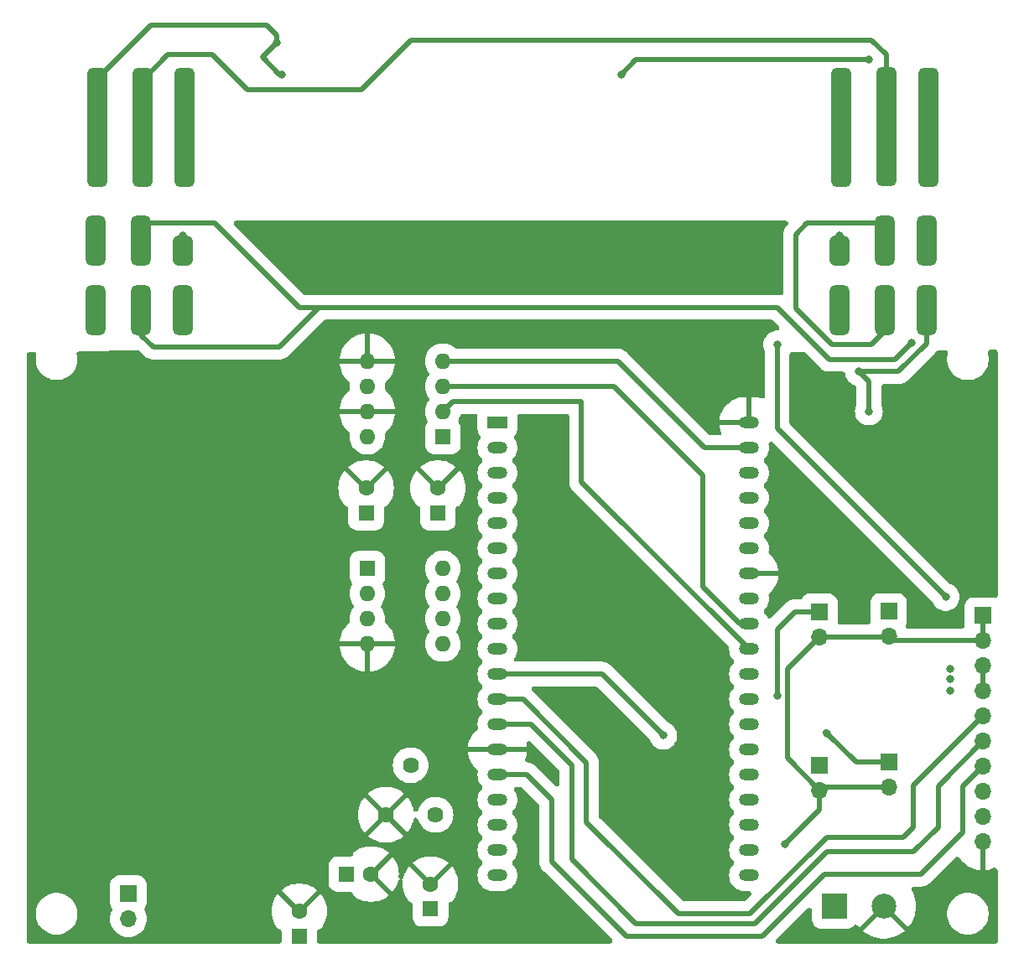
<source format=gbl>
%TF.GenerationSoftware,KiCad,Pcbnew,7.0.7*%
%TF.CreationDate,2024-04-29T13:44:55+02:00*%
%TF.ProjectId,IsItOpen,49734974-4f70-4656-9e2e-6b696361645f,rev?*%
%TF.SameCoordinates,Original*%
%TF.FileFunction,Copper,L2,Bot*%
%TF.FilePolarity,Positive*%
%FSLAX46Y46*%
G04 Gerber Fmt 4.6, Leading zero omitted, Abs format (unit mm)*
G04 Created by KiCad (PCBNEW 7.0.7) date 2024-04-29 13:44:55*
%MOMM*%
%LPD*%
G01*
G04 APERTURE LIST*
G04 Aperture macros list*
%AMRoundRect*
0 Rectangle with rounded corners*
0 $1 Rounding radius*
0 $2 $3 $4 $5 $6 $7 $8 $9 X,Y pos of 4 corners*
0 Add a 4 corners polygon primitive as box body*
4,1,4,$2,$3,$4,$5,$6,$7,$8,$9,$2,$3,0*
0 Add four circle primitives for the rounded corners*
1,1,$1+$1,$2,$3*
1,1,$1+$1,$4,$5*
1,1,$1+$1,$6,$7*
1,1,$1+$1,$8,$9*
0 Add four rect primitives between the rounded corners*
20,1,$1+$1,$2,$3,$4,$5,0*
20,1,$1+$1,$4,$5,$6,$7,0*
20,1,$1+$1,$6,$7,$8,$9,0*
20,1,$1+$1,$8,$9,$2,$3,0*%
G04 Aperture macros list end*
%TA.AperFunction,SMDPad,CuDef*%
%ADD10RoundRect,0.500000X-0.500000X-5.500000X0.500000X-5.500000X0.500000X5.500000X-0.500000X5.500000X0*%
%TD*%
%TA.AperFunction,SMDPad,CuDef*%
%ADD11RoundRect,0.500000X-0.500000X-1.000000X0.500000X-1.000000X0.500000X1.000000X-0.500000X1.000000X0*%
%TD*%
%TA.AperFunction,SMDPad,CuDef*%
%ADD12RoundRect,0.500000X-0.500000X-2.000000X0.500000X-2.000000X0.500000X2.000000X-0.500000X2.000000X0*%
%TD*%
%TA.AperFunction,ComponentPad*%
%ADD13R,1.600000X1.600000*%
%TD*%
%TA.AperFunction,ComponentPad*%
%ADD14C,1.600000*%
%TD*%
%TA.AperFunction,ComponentPad*%
%ADD15R,1.700000X1.700000*%
%TD*%
%TA.AperFunction,ComponentPad*%
%ADD16O,1.700000X1.700000*%
%TD*%
%TA.AperFunction,ComponentPad*%
%ADD17O,1.600000X1.600000*%
%TD*%
%TA.AperFunction,ComponentPad*%
%ADD18C,1.620000*%
%TD*%
%TA.AperFunction,ComponentPad*%
%ADD19R,2.000000X1.200000*%
%TD*%
%TA.AperFunction,ComponentPad*%
%ADD20O,2.000000X1.200000*%
%TD*%
%TA.AperFunction,ComponentPad*%
%ADD21R,2.500000X2.500000*%
%TD*%
%TA.AperFunction,ComponentPad*%
%ADD22C,2.500000*%
%TD*%
%TA.AperFunction,ViaPad*%
%ADD23C,0.800000*%
%TD*%
%TA.AperFunction,Conductor*%
%ADD24C,0.500000*%
%TD*%
G04 APERTURE END LIST*
D10*
%TO.P,J3,1,Pin_1*%
%TO.N,Net-(D3-VDD)*%
X108100000Y-55550000D03*
%TO.P,J3,6,Pin_6*%
X192000000Y-55550000D03*
%TO.P,J3,5,Pin_5*%
%TO.N,Net-(D3-DIN)*%
X187800000Y-55450000D03*
%TO.P,J3,4,Pin_4*%
%TO.N,Net-(D3-VSS)*%
X183200000Y-55550000D03*
%TO.P,J3,2,Pin_2*%
%TO.N,Net-(D3-DIN)*%
X112700000Y-55550000D03*
%TO.P,J3,3,Pin_3*%
%TO.N,Net-(D3-VSS)*%
X116900000Y-55550000D03*
%TD*%
D11*
%TO.P,Je,4,Pin_4*%
%TO.N,GND*%
X183050000Y-68000000D03*
%TO.P,Je,3,Pin_3*%
X116750000Y-68000000D03*
D12*
%TO.P,Je,5,Pin_5*%
%TO.N,Net-(D2-DOUT)*%
X187650000Y-67000000D03*
%TO.P,Je,6,Pin_6*%
%TO.N,+5V*%
X191850000Y-67000000D03*
X191850000Y-74000000D03*
%TO.P,Je,5,Pin_5*%
%TO.N,Net-(D2-DOUT)*%
X187650000Y-74000000D03*
%TO.P,Je,4,Pin_4*%
%TO.N,GND*%
X183050000Y-74000000D03*
%TO.P,Je,2,Pin_2*%
%TO.N,Net-(D2-DOUT)*%
X112550000Y-67000000D03*
%TO.P,Je,1,Pin_1*%
%TO.N,+5V*%
X107950000Y-67000000D03*
X107950000Y-74000000D03*
%TO.P,Je,2,Pin_2*%
%TO.N,Net-(D2-DOUT)*%
X112550000Y-74000000D03*
%TO.P,Je,3,Pin_3*%
%TO.N,GND*%
X116750000Y-74000000D03*
%TD*%
D13*
%TO.P,C3,1*%
%TO.N,+5V*%
X128500000Y-137250000D03*
D14*
%TO.P,C3,2*%
%TO.N,GND*%
X128500000Y-134750000D03*
%TD*%
D13*
%TO.P,C8,1*%
%TO.N,+5V*%
X142500000Y-94500000D03*
D14*
%TO.P,C8,2*%
%TO.N,GND*%
X142500000Y-92000000D03*
%TD*%
D13*
%TO.P,C1,1*%
%TO.N,Net-(U4-+IN)*%
X133250000Y-131000000D03*
D14*
%TO.P,C1,2*%
%TO.N,GND*%
X135750000Y-131000000D03*
%TD*%
D15*
%TO.P,J1,1,Pin_1*%
%TO.N,+5V*%
X197500000Y-104890000D03*
D16*
%TO.P,J1,2,Pin_2*%
X197500000Y-107430000D03*
%TO.P,J1,3,Pin_3*%
%TO.N,+3V3*%
X197500000Y-109970000D03*
%TO.P,J1,4,Pin_4*%
X197500000Y-112510000D03*
%TO.P,J1,5,Pin_5*%
%TO.N,Net-(J1-Pin_5)*%
X197500000Y-115050000D03*
%TO.P,J1,6,Pin_6*%
%TO.N,Net-(J1-Pin_6)*%
X197500000Y-117590000D03*
%TO.P,J1,7,Pin_7*%
%TO.N,Net-(J1-Pin_7)*%
X197500000Y-120130000D03*
%TO.P,J1,8,Pin_8*%
%TO.N,Net-(J1-Pin_8)*%
X197500000Y-122670000D03*
%TO.P,J1,9,Pin_9*%
%TO.N,GND*%
X197500000Y-125210000D03*
%TO.P,J1,10,Pin_10*%
X197500000Y-127750000D03*
%TD*%
D13*
%TO.P,U3,1*%
%TO.N,Net-(U3A--)*%
X135380000Y-100130000D03*
D17*
%TO.P,U3,2,-*%
X135380000Y-102670000D03*
%TO.P,U3,3,+*%
%TO.N,Net-(U3A-+)*%
X135380000Y-105210000D03*
%TO.P,U3,4,V-*%
%TO.N,GND*%
X135380000Y-107750000D03*
%TO.P,U3,5,+*%
%TO.N,Net-(U3B-+)*%
X143000000Y-107750000D03*
%TO.P,U3,6,-*%
%TO.N,Net-(U3B--)*%
X143000000Y-105210000D03*
%TO.P,U3,7*%
X143000000Y-102670000D03*
%TO.P,U3,8,V+*%
%TO.N,+5V*%
X143000000Y-100130000D03*
%TD*%
D15*
%TO.P,SW2,1,1*%
%TO.N,Net-(U1-DAC_1{slash}ADC2_CH8{slash}GPIO25)*%
X188000000Y-104460000D03*
D16*
%TO.P,SW2,2,2*%
%TO.N,+5V*%
X188000000Y-107000000D03*
%TD*%
D15*
%TO.P,LS1,1,1*%
%TO.N,Net-(U4-V01)*%
X111250000Y-132960000D03*
D16*
%TO.P,LS1,2,2*%
%TO.N,Net-(U4-V02)*%
X111250000Y-135500000D03*
%TD*%
D15*
%TO.P,SW3,1,1*%
%TO.N,Net-(U1-DAC_2{slash}ADC2_CH9{slash}GPIO26)*%
X181000000Y-119975000D03*
D16*
%TO.P,SW3,2,2*%
%TO.N,+5V*%
X181000000Y-122515000D03*
%TD*%
D18*
%TO.P,RV1,1,1*%
%TO.N,Net-(U3B--)*%
X142250000Y-125000000D03*
%TO.P,RV1,2,2*%
%TO.N,Net-(U3A-+)*%
X139750000Y-120000000D03*
%TO.P,RV1,3,3*%
%TO.N,GND*%
X137250000Y-125000000D03*
%TD*%
D15*
%TO.P,SW4,1,1*%
%TO.N,Net-(U1-ADC2_CH7{slash}GPIO27)*%
X188000000Y-119710000D03*
D16*
%TO.P,SW4,2,2*%
%TO.N,+5V*%
X188000000Y-122250000D03*
%TD*%
D19*
%TO.P,U1,1,3V3*%
%TO.N,+3V3*%
X148500000Y-85400000D03*
D20*
%TO.P,U1,2,CHIP_PU*%
%TO.N,unconnected-(U1-CHIP_PU-Pad2)*%
X148500000Y-87940000D03*
%TO.P,U1,3,SENSOR_VP/GPIO36/ADC1_CH0*%
%TO.N,unconnected-(U1-SENSOR_VP{slash}GPIO36{slash}ADC1_CH0-Pad3)*%
X148500000Y-90480000D03*
%TO.P,U1,4,SENSOR_VN/GPIO39/ADC1_CH3*%
%TO.N,unconnected-(U1-SENSOR_VN{slash}GPIO39{slash}ADC1_CH3-Pad4)*%
X148500000Y-93020000D03*
%TO.P,U1,5,VDET_1/GPIO34/ADC1_CH6*%
%TO.N,unconnected-(U1-VDET_1{slash}GPIO34{slash}ADC1_CH6-Pad5)*%
X148500000Y-95560000D03*
%TO.P,U1,6,VDET_2/GPIO35/ADC1_CH7*%
%TO.N,unconnected-(U1-VDET_2{slash}GPIO35{slash}ADC1_CH7-Pad6)*%
X148500000Y-98100000D03*
%TO.P,U1,7,32K_XP/GPIO32/ADC1_CH4*%
%TO.N,unconnected-(U1-32K_XP{slash}GPIO32{slash}ADC1_CH4-Pad7)*%
X148500000Y-100640000D03*
%TO.P,U1,8,32K_XN/GPIO33/ADC1_CH5*%
%TO.N,unconnected-(U1-32K_XN{slash}GPIO33{slash}ADC1_CH5-Pad8)*%
X148500000Y-103180000D03*
%TO.P,U1,9,DAC_1/ADC2_CH8/GPIO25*%
%TO.N,Net-(U1-DAC_1{slash}ADC2_CH8{slash}GPIO25)*%
X148500000Y-105720000D03*
%TO.P,U1,10,DAC_2/ADC2_CH9/GPIO26*%
%TO.N,Net-(U1-DAC_2{slash}ADC2_CH9{slash}GPIO26)*%
X148500000Y-108260000D03*
%TO.P,U1,11,ADC2_CH7/GPIO27*%
%TO.N,Net-(U1-ADC2_CH7{slash}GPIO27)*%
X148500000Y-110800000D03*
%TO.P,U1,12,MTMS/GPIO14/ADC2_CH6*%
%TO.N,Net-(J1-Pin_5)*%
X148500000Y-113340000D03*
%TO.P,U1,13,MTDI/GPIO12/ADC2_CH5*%
%TO.N,Net-(J1-Pin_6)*%
X148500000Y-115880000D03*
%TO.P,U1,14,GND*%
%TO.N,GND*%
X148500000Y-118420000D03*
%TO.P,U1,15,MTCK/GPIO13/ADC2_CH4*%
%TO.N,Net-(J1-Pin_7)*%
X148500000Y-120960000D03*
%TO.P,U1,16,SD_DATA2/GPIO9*%
%TO.N,unconnected-(U1-SD_DATA2{slash}GPIO9-Pad16)*%
X148500000Y-123500000D03*
%TO.P,U1,17,SD_DATA3/GPIO10*%
%TO.N,unconnected-(U1-SD_DATA3{slash}GPIO10-Pad17)*%
X148500000Y-126040000D03*
%TO.P,U1,18,CMD*%
%TO.N,unconnected-(U1-CMD-Pad18)*%
X148500000Y-128580000D03*
%TO.P,U1,19,5V*%
%TO.N,+5V*%
X148500000Y-131120000D03*
%TO.P,U1,20,SD_CLK/GPIO6*%
%TO.N,unconnected-(U1-SD_CLK{slash}GPIO6-Pad20)*%
X173896320Y-131117280D03*
%TO.P,U1,21,SD_DATA0/GPIO7*%
%TO.N,unconnected-(U1-SD_DATA0{slash}GPIO7-Pad21)*%
X173896320Y-128577280D03*
%TO.P,U1,22,SD_DATA1/GPIO8*%
%TO.N,unconnected-(U1-SD_DATA1{slash}GPIO8-Pad22)*%
X173900000Y-126040000D03*
%TO.P,U1,23,MTDO/GPIO15/ADC2_CH3*%
%TO.N,Net-(J1-Pin_8)*%
X173900000Y-123500000D03*
%TO.P,U1,24,ADC2_CH2/GPIO2*%
%TO.N,unconnected-(U1-ADC2_CH2{slash}GPIO2-Pad24)*%
X173900000Y-120960000D03*
%TO.P,U1,25,GPIO0/BOOT/ADC2_CH1*%
%TO.N,unconnected-(U1-GPIO0{slash}BOOT{slash}ADC2_CH1-Pad25)*%
X173900000Y-118420000D03*
%TO.P,U1,26,ADC2_CH0/GPIO4*%
%TO.N,unconnected-(U1-ADC2_CH0{slash}GPIO4-Pad26)*%
X173900000Y-115880000D03*
%TO.P,U1,27,GPIO16*%
%TO.N,unconnected-(U1-GPIO16-Pad27)*%
X173900000Y-113340000D03*
%TO.P,U1,28,GPIO17*%
%TO.N,unconnected-(U1-GPIO17-Pad28)*%
X173900000Y-110800000D03*
%TO.P,U1,29,GPIO5*%
%TO.N,/SPI_CS*%
X173900000Y-108260000D03*
%TO.P,U1,30,GPIO18*%
%TO.N,/SPI_CLK*%
X173900000Y-105720000D03*
%TO.P,U1,31,GPIO19*%
%TO.N,/SPI_MISO*%
X173900000Y-103180000D03*
%TO.P,U1,32,GND*%
%TO.N,GND*%
X173900000Y-100640000D03*
%TO.P,U1,33,GPIO21*%
%TO.N,Net-(U1-GPIO21)*%
X173900000Y-98100000D03*
%TO.P,U1,34,U0RXD/GPIO3*%
%TO.N,unconnected-(U1-U0RXD{slash}GPIO3-Pad34)*%
X173900000Y-95560000D03*
%TO.P,U1,35,U0TXD/GPIO1*%
%TO.N,unconnected-(U1-U0TXD{slash}GPIO1-Pad35)*%
X173900000Y-93020000D03*
%TO.P,U1,36,GPIO22*%
%TO.N,/WS2812*%
X173900000Y-90480000D03*
%TO.P,U1,37,GPIO23*%
%TO.N,/SPI_MOSI*%
X173900000Y-87940000D03*
%TO.P,U1,38,GND*%
%TO.N,GND*%
X173900000Y-85400000D03*
%TD*%
D15*
%TO.P,SW1,1,1*%
%TO.N,Net-(U1-GPIO21)*%
X181000000Y-104475000D03*
D16*
%TO.P,SW1,2,2*%
%TO.N,+5V*%
X181000000Y-107015000D03*
%TD*%
D13*
%TO.P,U2,1,Vdd*%
%TO.N,+5V*%
X143000000Y-86800000D03*
D17*
%TO.P,U2,2,~{CS}*%
%TO.N,/SPI_CS*%
X143000000Y-84260000D03*
%TO.P,U2,3,SCK*%
%TO.N,/SPI_CLK*%
X143000000Y-81720000D03*
%TO.P,U2,4,SDI*%
%TO.N,/SPI_MOSI*%
X143000000Y-79180000D03*
%TO.P,U2,5,~{LDAC}*%
%TO.N,GND*%
X135380000Y-79180000D03*
%TO.P,U2,6,~{SHDN}*%
%TO.N,+5V*%
X135380000Y-81720000D03*
%TO.P,U2,7,Vss*%
%TO.N,GND*%
X135380000Y-84260000D03*
%TO.P,U2,8,Vout*%
%TO.N,Net-(U2-Vout)*%
X135380000Y-86800000D03*
%TD*%
D13*
%TO.P,C6,1*%
%TO.N,+5V*%
X135250000Y-94500000D03*
D14*
%TO.P,C6,2*%
%TO.N,GND*%
X135250000Y-92000000D03*
%TD*%
D13*
%TO.P,C10,1*%
%TO.N,+5V*%
X141750000Y-134500000D03*
D14*
%TO.P,C10,2*%
%TO.N,GND*%
X141750000Y-132000000D03*
%TD*%
D21*
%TO.P,J4,1,Pin_1*%
%TO.N,+5V*%
X182500000Y-134250000D03*
D22*
%TO.P,J4,2,Pin_2*%
%TO.N,GND*%
X187500000Y-134250000D03*
%TD*%
D23*
%TO.N,*%
X194250000Y-112500000D03*
X194250000Y-110250000D03*
X194250000Y-111250000D03*
%TO.N,GND*%
X137750000Y-116250000D03*
X188000000Y-86500000D03*
X139000000Y-116250000D03*
X184250000Y-102500000D03*
X133750000Y-69250000D03*
X141250000Y-69250000D03*
X183000000Y-76000000D03*
X173500000Y-81500000D03*
X188500000Y-85000000D03*
X167250000Y-69500000D03*
X116750000Y-76000000D03*
X102500000Y-115750000D03*
X179000000Y-100750000D03*
X163750000Y-124250000D03*
X104500000Y-91750000D03*
X164250000Y-128000000D03*
X131250000Y-113500000D03*
X166500000Y-128250000D03*
X102500000Y-113750000D03*
X102500000Y-114750000D03*
X162750000Y-69500000D03*
X183000000Y-66500000D03*
X192000000Y-135750000D03*
X132500000Y-113250000D03*
X176750000Y-102250000D03*
X126750000Y-69500000D03*
X104250000Y-93250000D03*
X116750000Y-66500000D03*
X118500000Y-123500000D03*
X178250000Y-94500000D03*
X172250000Y-81500000D03*
X177750000Y-101500000D03*
X162000000Y-124250000D03*
X129750000Y-113500000D03*
X121250000Y-84750000D03*
X161750000Y-101000000D03*
X187500000Y-85500000D03*
X191750000Y-134250000D03*
X180250000Y-94500000D03*
X104500000Y-90500000D03*
X119750000Y-123500000D03*
X192250000Y-95500000D03*
X160500000Y-100750000D03*
X158750000Y-100750000D03*
X117000000Y-123750000D03*
%TO.N,+5V*%
X186000000Y-84250000D03*
X191750000Y-65500000D03*
X192000000Y-76000000D03*
X177500000Y-128000000D03*
X107750000Y-65000000D03*
X185000000Y-80250000D03*
X108000000Y-76000000D03*
%TO.N,Net-(D3-VDD)*%
X126250000Y-47000000D03*
X126750000Y-50250000D03*
X108250000Y-50250000D03*
X161000000Y-50250000D03*
X186000000Y-48750000D03*
X192000000Y-50250000D03*
%TO.N,Net-(D3-VSS)*%
X183250000Y-50500000D03*
X117000000Y-50250000D03*
%TO.N,Net-(D2-DOUT)*%
X190299999Y-77299999D03*
X187750000Y-76000000D03*
X112500000Y-65250000D03*
X112500000Y-76000000D03*
X187750000Y-65750000D03*
%TO.N,Net-(D3-DIN)*%
X187750000Y-50500000D03*
X113000000Y-50250000D03*
%TO.N,+3V3*%
X193750000Y-103000000D03*
X176750000Y-77500000D03*
%TO.N,Net-(U1-GPIO21)*%
X176750000Y-113000000D03*
%TO.N,Net-(U1-ADC2_CH7{slash}GPIO27)*%
X165250000Y-117000000D03*
X181750000Y-116750000D03*
%TD*%
D24*
%TO.N,GND*%
X183000000Y-68400000D02*
X183050000Y-68400000D01*
X183000000Y-76000000D02*
X183000000Y-72600000D01*
X183000000Y-72600000D02*
X183050000Y-72600000D01*
X116750000Y-66500000D02*
X116750000Y-68400000D01*
X183000000Y-66500000D02*
X183000000Y-68400000D01*
%TO.N,+5V*%
X189000000Y-80250000D02*
X185000000Y-80250000D01*
X187985000Y-107015000D02*
X188000000Y-107000000D01*
X197500000Y-107430000D02*
X197500000Y-104890000D01*
X181000000Y-107015000D02*
X187985000Y-107015000D01*
X177750000Y-110265000D02*
X181000000Y-107015000D01*
X191850000Y-77400000D02*
X189000000Y-80250000D01*
X186000000Y-81250000D02*
X185000000Y-80250000D01*
X191950000Y-72600000D02*
X191850000Y-72600000D01*
X177750000Y-119265000D02*
X177750000Y-110265000D01*
X191850000Y-74850000D02*
X191850000Y-74077819D01*
X192000000Y-76000000D02*
X191850000Y-75850000D01*
X181265000Y-122250000D02*
X181000000Y-122515000D01*
X192000000Y-76000000D02*
X191850000Y-76150000D01*
X192250000Y-75250000D02*
X191850000Y-74850000D01*
X197500000Y-107430000D02*
X188430000Y-107430000D01*
X177500000Y-128000000D02*
X181000000Y-124500000D01*
X181000000Y-124500000D02*
X181000000Y-122515000D01*
X192000000Y-72650000D02*
X191950000Y-72600000D01*
X186000000Y-84250000D02*
X186000000Y-81250000D01*
X191850000Y-75650000D02*
X192250000Y-75250000D01*
X191850000Y-76150000D02*
X191850000Y-77400000D01*
X188000000Y-122250000D02*
X181265000Y-122250000D01*
X188430000Y-107430000D02*
X188000000Y-107000000D01*
X191850000Y-75850000D02*
X191850000Y-75650000D01*
X181000000Y-122515000D02*
X177750000Y-119265000D01*
X192000000Y-76000000D02*
X192000000Y-72650000D01*
%TO.N,Net-(D3-VDD)*%
X186000000Y-48750000D02*
X162500000Y-48750000D01*
X113500000Y-45250000D02*
X125250000Y-45250000D01*
X125250000Y-45250000D02*
X126250000Y-46250000D01*
X162500000Y-48750000D02*
X161000000Y-50250000D01*
X126500000Y-50250000D02*
X126750000Y-50250000D01*
X124750000Y-48500000D02*
X126500000Y-50250000D01*
X124750000Y-48500000D02*
X126250000Y-47000000D01*
X108100000Y-57500000D02*
X108100000Y-52150000D01*
X108000000Y-50750000D02*
X113500000Y-45250000D01*
X126250000Y-46250000D02*
X126250000Y-47000000D01*
%TO.N,Net-(D2-DOUT)*%
X112500000Y-76000000D02*
X112000000Y-75500000D01*
X128500000Y-73750000D02*
X130500000Y-73750000D01*
X112550000Y-76550000D02*
X112550000Y-76050000D01*
X178600000Y-73827819D02*
X178600000Y-66400000D01*
X112550000Y-74950000D02*
X112550000Y-72600000D01*
X112550000Y-76050000D02*
X112500000Y-76000000D01*
X182000000Y-79000000D02*
X176750000Y-73750000D01*
X130500000Y-73750000D02*
X126500000Y-77750000D01*
X126500000Y-77750000D02*
X113750000Y-77750000D01*
X187750000Y-65750000D02*
X187250000Y-65250000D01*
X187750000Y-72700000D02*
X187650000Y-72600000D01*
X186250000Y-77500000D02*
X182272181Y-77500000D01*
X178600000Y-66400000D02*
X179750000Y-65250000D01*
X188599998Y-79000000D02*
X182000000Y-79000000D01*
X112500000Y-65250000D02*
X112500000Y-68350000D01*
X190299999Y-77299999D02*
X188599998Y-79000000D01*
X187750000Y-65750000D02*
X187750000Y-68400000D01*
X187750000Y-68400000D02*
X187650000Y-68400000D01*
X176750000Y-73750000D02*
X130500000Y-73750000D01*
X120000000Y-65250000D02*
X128500000Y-73750000D01*
X187250000Y-65250000D02*
X179750000Y-65250000D01*
X112500000Y-65250000D02*
X120000000Y-65250000D01*
X113750000Y-77750000D02*
X112550000Y-76550000D01*
X112000000Y-75500000D02*
X112550000Y-74950000D01*
X112500000Y-68350000D02*
X112550000Y-68400000D01*
X182272181Y-77500000D02*
X178600000Y-73827819D01*
X187750000Y-76000000D02*
X186250000Y-77500000D01*
X187750000Y-76000000D02*
X187750000Y-72700000D01*
%TO.N,Net-(D3-DIN)*%
X119750000Y-48250000D02*
X115250000Y-48250000D01*
X123250000Y-51750000D02*
X119750000Y-48250000D01*
X115250000Y-48250000D02*
X112750000Y-50750000D01*
X186250000Y-46750000D02*
X139750000Y-46750000D01*
X187750000Y-50750000D02*
X187750000Y-50500000D01*
X187750000Y-50500000D02*
X187750000Y-48250000D01*
X139750000Y-46750000D02*
X134750000Y-51750000D01*
X187750000Y-48250000D02*
X186250000Y-46750000D01*
X134750000Y-51750000D02*
X123250000Y-51750000D01*
%TO.N,+3V3*%
X193750000Y-103000000D02*
X176750000Y-86000000D01*
X176750000Y-86000000D02*
X176750000Y-77500000D01*
X197500000Y-112510000D02*
X197500000Y-109970000D01*
%TO.N,Net-(J1-Pin_5)*%
X166750000Y-135000000D02*
X157500000Y-125750000D01*
X157500000Y-119750000D02*
X151090000Y-113340000D01*
X190500000Y-126250000D02*
X189500000Y-127250000D01*
X157500000Y-125750000D02*
X157500000Y-119750000D01*
X190500000Y-122050000D02*
X190500000Y-126250000D01*
X197500000Y-115050000D02*
X190500000Y-122050000D01*
X151090000Y-113340000D02*
X148500000Y-113340000D01*
X189500000Y-127250000D02*
X181750000Y-127250000D01*
X181750000Y-127250000D02*
X174000000Y-135000000D01*
X174000000Y-135000000D02*
X166750000Y-135000000D01*
%TO.N,Net-(J1-Pin_6)*%
X151880000Y-115880000D02*
X148500000Y-115880000D01*
X162500000Y-136000000D02*
X156000000Y-129500000D01*
X174500000Y-136000000D02*
X162500000Y-136000000D01*
X156000000Y-120000000D02*
X151880000Y-115880000D01*
X156000000Y-129500000D02*
X156000000Y-120000000D01*
X190500000Y-128750000D02*
X181750000Y-128750000D01*
X197500000Y-117590000D02*
X193000000Y-122090000D01*
X181750000Y-128750000D02*
X174500000Y-136000000D01*
X193000000Y-122090000D02*
X193000000Y-126250000D01*
X193000000Y-126250000D02*
X190500000Y-128750000D01*
%TO.N,Net-(J1-Pin_7)*%
X154000000Y-123500000D02*
X151460000Y-120960000D01*
X197500000Y-120130000D02*
X195500000Y-122130000D01*
X151460000Y-120960000D02*
X148500000Y-120960000D01*
X175250000Y-137250000D02*
X161500000Y-137250000D01*
X154000000Y-129750000D02*
X154000000Y-123500000D01*
X161500000Y-137250000D02*
X154000000Y-129750000D01*
X191250000Y-131000000D02*
X181500000Y-131000000D01*
X181500000Y-131000000D02*
X175250000Y-137250000D01*
X195500000Y-122130000D02*
X195500000Y-126750000D01*
X195500000Y-126750000D02*
X191250000Y-131000000D01*
%TO.N,Net-(U1-GPIO21)*%
X176750000Y-106250000D02*
X178525000Y-104475000D01*
X176750000Y-113000000D02*
X176750000Y-106250000D01*
X178525000Y-104475000D02*
X181000000Y-104475000D01*
%TO.N,Net-(U1-ADC2_CH7{slash}GPIO27)*%
X165250000Y-117000000D02*
X159050000Y-110800000D01*
X159050000Y-110800000D02*
X148500000Y-110800000D01*
X184710000Y-119710000D02*
X181750000Y-116750000D01*
X188000000Y-119710000D02*
X184710000Y-119710000D01*
X181750000Y-116750000D02*
X181625000Y-116625000D01*
%TO.N,/SPI_MOSI*%
X160680000Y-79180000D02*
X169440000Y-87940000D01*
X143000000Y-79180000D02*
X160680000Y-79180000D01*
X169440000Y-87940000D02*
X173900000Y-87940000D01*
%TO.N,/SPI_CLK*%
X169250000Y-90750000D02*
X169250000Y-102000000D01*
X169250000Y-102000000D02*
X172970000Y-105720000D01*
X172970000Y-105720000D02*
X173900000Y-105720000D01*
X160250000Y-81750000D02*
X169250000Y-90750000D01*
X143000000Y-81720000D02*
X147520000Y-81720000D01*
X147520000Y-81720000D02*
X147550000Y-81750000D01*
X147550000Y-81750000D02*
X160250000Y-81750000D01*
%TO.N,/SPI_CS*%
X143000000Y-84260000D02*
X144010000Y-83250000D01*
X157000000Y-91360000D02*
X173900000Y-108260000D01*
X144010000Y-83250000D02*
X157000000Y-83250000D01*
X157000000Y-83250000D02*
X157000000Y-91360000D01*
%TD*%
%TA.AperFunction,Conductor*%
%TO.N,GND*%
G36*
X176224174Y-75019454D02*
G01*
X176304956Y-75073430D01*
X176905956Y-75674430D01*
X176959932Y-75755212D01*
X176978886Y-75850500D01*
X176959932Y-75945788D01*
X176905956Y-76026570D01*
X176825174Y-76080546D01*
X176729886Y-76099500D01*
X176633951Y-76099500D01*
X176405025Y-76137700D01*
X176405019Y-76137701D01*
X176405019Y-76137702D01*
X176185497Y-76213064D01*
X176185494Y-76213065D01*
X176185487Y-76213068D01*
X175981371Y-76323531D01*
X175798220Y-76466083D01*
X175798214Y-76466088D01*
X175641022Y-76636844D01*
X175641019Y-76636848D01*
X175514074Y-76831153D01*
X175420842Y-77043702D01*
X175420841Y-77043706D01*
X175363868Y-77268684D01*
X175363866Y-77268691D01*
X175344700Y-77499999D01*
X175363866Y-77731308D01*
X175363868Y-77731315D01*
X175419733Y-77951916D01*
X175420843Y-77956300D01*
X175456174Y-78036847D01*
X175478527Y-78087805D01*
X175499447Y-78182681D01*
X175499500Y-78187828D01*
X175499500Y-82712906D01*
X175480546Y-82808194D01*
X175426570Y-82888976D01*
X175345788Y-82942952D01*
X175250500Y-82961906D01*
X175160550Y-82945091D01*
X175089698Y-82917642D01*
X174778663Y-82839414D01*
X174460358Y-82800000D01*
X174150001Y-82800000D01*
X174150000Y-82800001D01*
X174150000Y-84751000D01*
X174131046Y-84846288D01*
X174077070Y-84927070D01*
X173996288Y-84981046D01*
X173901000Y-85000000D01*
X173899000Y-85000000D01*
X173803712Y-84981046D01*
X173722930Y-84927070D01*
X173668954Y-84846288D01*
X173650000Y-84751000D01*
X173650000Y-82800001D01*
X173649999Y-82800000D01*
X173419887Y-82800000D01*
X173179878Y-82814803D01*
X173179867Y-82814805D01*
X172864629Y-82873733D01*
X172558983Y-82970966D01*
X172267622Y-83105012D01*
X171994932Y-83273855D01*
X171745061Y-83474926D01*
X171745053Y-83474933D01*
X171521798Y-83705173D01*
X171328518Y-83961117D01*
X171328512Y-83961127D01*
X171168152Y-84238877D01*
X171168149Y-84238882D01*
X171043141Y-84534224D01*
X170955368Y-84842718D01*
X170907667Y-85149999D01*
X170907668Y-85150000D01*
X173246014Y-85150000D01*
X173341302Y-85168954D01*
X173422084Y-85222930D01*
X173476060Y-85303712D01*
X173495014Y-85399000D01*
X173495014Y-85401000D01*
X173476060Y-85496288D01*
X173422084Y-85577070D01*
X173341302Y-85631046D01*
X173246014Y-85650000D01*
X170912027Y-85650000D01*
X170925887Y-85799575D01*
X170994498Y-86112865D01*
X170994501Y-86112876D01*
X171080789Y-86357744D01*
X171094581Y-86453915D01*
X171070521Y-86548044D01*
X171012271Y-86625800D01*
X170928699Y-86675346D01*
X170845943Y-86689500D01*
X170061114Y-86689500D01*
X169965826Y-86670546D01*
X169885044Y-86616570D01*
X161618834Y-78350359D01*
X161609523Y-78339940D01*
X161587508Y-78312334D01*
X161581246Y-78306863D01*
X161537618Y-78268746D01*
X161531524Y-78263050D01*
X161524529Y-78256055D01*
X161519065Y-78251493D01*
X161492181Y-78229048D01*
X161418003Y-78164240D01*
X161408950Y-78157663D01*
X161409128Y-78157417D01*
X161404385Y-78154052D01*
X161404214Y-78154301D01*
X161395026Y-78147935D01*
X161309341Y-78099316D01*
X161252762Y-78065513D01*
X161224764Y-78048785D01*
X161224761Y-78048784D01*
X161224758Y-78048782D01*
X161214685Y-78043931D01*
X161214816Y-78043657D01*
X161209547Y-78041193D01*
X161209422Y-78041470D01*
X161199247Y-78036848D01*
X161199245Y-78036847D01*
X161199242Y-78036846D01*
X161199240Y-78036845D01*
X161106253Y-78004307D01*
X161014019Y-77969691D01*
X161003249Y-77966719D01*
X161003328Y-77966429D01*
X160997699Y-77964943D01*
X160997626Y-77965234D01*
X160986781Y-77962501D01*
X160889472Y-77947089D01*
X160792537Y-77929498D01*
X160781406Y-77928497D01*
X160781433Y-77928195D01*
X160775640Y-77927739D01*
X160775620Y-77928042D01*
X160764461Y-77927289D01*
X160665977Y-77929500D01*
X144397128Y-77929500D01*
X144301840Y-77910546D01*
X144227765Y-77863030D01*
X144125741Y-77768365D01*
X144071399Y-77731315D01*
X143902778Y-77616350D01*
X143902773Y-77616348D01*
X143659649Y-77499265D01*
X143659644Y-77499263D01*
X143659641Y-77499262D01*
X143401772Y-77419720D01*
X143134929Y-77379500D01*
X142865071Y-77379500D01*
X142664938Y-77409665D01*
X142598227Y-77419720D01*
X142340353Y-77499264D01*
X142097227Y-77616348D01*
X141874257Y-77768366D01*
X141676437Y-77951916D01*
X141508189Y-78162892D01*
X141508188Y-78162892D01*
X141373257Y-78396601D01*
X141373256Y-78396604D01*
X141274667Y-78647801D01*
X141274663Y-78647812D01*
X141214616Y-78910899D01*
X141194451Y-79179999D01*
X141214616Y-79449100D01*
X141274663Y-79712187D01*
X141274666Y-79712195D01*
X141373257Y-79963398D01*
X141508185Y-80197102D01*
X141508189Y-80197107D01*
X141586057Y-80294751D01*
X141630650Y-80381068D01*
X141638815Y-80477880D01*
X141609311Y-80570446D01*
X141586057Y-80605249D01*
X141508189Y-80702892D01*
X141508188Y-80702892D01*
X141373257Y-80936601D01*
X141373256Y-80936604D01*
X141274667Y-81187801D01*
X141274663Y-81187812D01*
X141214616Y-81450899D01*
X141194451Y-81720000D01*
X141214616Y-81989100D01*
X141274663Y-82252187D01*
X141274666Y-82252195D01*
X141373257Y-82503398D01*
X141508185Y-82737102D01*
X141586058Y-82834751D01*
X141630649Y-82921066D01*
X141638815Y-83017877D01*
X141609312Y-83110444D01*
X141586058Y-83145247D01*
X141508188Y-83242893D01*
X141373257Y-83476601D01*
X141373256Y-83476604D01*
X141274667Y-83727801D01*
X141274663Y-83727812D01*
X141214616Y-83990899D01*
X141194451Y-84259999D01*
X141214616Y-84529100D01*
X141274663Y-84792187D01*
X141274665Y-84792192D01*
X141274666Y-84792195D01*
X141371813Y-85039720D01*
X141373256Y-85043395D01*
X141373262Y-85043408D01*
X141418295Y-85121407D01*
X141449525Y-85213406D01*
X141443170Y-85310353D01*
X141400200Y-85397489D01*
X141395635Y-85403259D01*
X141360306Y-85446587D01*
X141360299Y-85446597D01*
X141266093Y-85626946D01*
X141266090Y-85626954D01*
X141210115Y-85822578D01*
X141210114Y-85822582D01*
X141200584Y-85929775D01*
X141199500Y-85941963D01*
X141199501Y-86800000D01*
X141199501Y-87658039D01*
X141210113Y-87777414D01*
X141210113Y-87777417D01*
X141210114Y-87777418D01*
X141266091Y-87973049D01*
X141360302Y-88153407D01*
X141488891Y-88311109D01*
X141646593Y-88439698D01*
X141826951Y-88533909D01*
X142022582Y-88589886D01*
X142141963Y-88600500D01*
X143858036Y-88600499D01*
X143858039Y-88600499D01*
X143909199Y-88595950D01*
X143977418Y-88589886D01*
X144173049Y-88533909D01*
X144353407Y-88439698D01*
X144511109Y-88311109D01*
X144639698Y-88153407D01*
X144733909Y-87973049D01*
X144789886Y-87777418D01*
X144800500Y-87658037D01*
X144800499Y-85941964D01*
X144800498Y-85941958D01*
X144789886Y-85822585D01*
X144789886Y-85822582D01*
X144733909Y-85626951D01*
X144639698Y-85446593D01*
X144604364Y-85403259D01*
X144558838Y-85317433D01*
X144549621Y-85220717D01*
X144578118Y-85127835D01*
X144581674Y-85121459D01*
X144626743Y-85043398D01*
X144725334Y-84792195D01*
X144747726Y-84694091D01*
X144787409Y-84605410D01*
X144858008Y-84538665D01*
X144948775Y-84504018D01*
X144990483Y-84500500D01*
X146250500Y-84500500D01*
X146345788Y-84519454D01*
X146426570Y-84573430D01*
X146480546Y-84654212D01*
X146499500Y-84749500D01*
X146499501Y-86058040D01*
X146499501Y-86058039D01*
X146510113Y-86177414D01*
X146510113Y-86177417D01*
X146510114Y-86177418D01*
X146556492Y-86339500D01*
X146566090Y-86373045D01*
X146566093Y-86373053D01*
X146657500Y-86548044D01*
X146660302Y-86553407D01*
X146784085Y-86705214D01*
X146829611Y-86791041D01*
X146838827Y-86887758D01*
X146810331Y-86980639D01*
X146803413Y-86992668D01*
X146669535Y-87211138D01*
X146669533Y-87211141D01*
X146573129Y-87443883D01*
X146573126Y-87443891D01*
X146514316Y-87688854D01*
X146494551Y-87939994D01*
X146494551Y-87940005D01*
X146514316Y-88191145D01*
X146573126Y-88436108D01*
X146573129Y-88436116D01*
X146669533Y-88668858D01*
X146669537Y-88668864D01*
X146801158Y-88883652D01*
X146801160Y-88883654D01*
X146941770Y-89048287D01*
X146989242Y-89133055D01*
X147000661Y-89229536D01*
X146974290Y-89323044D01*
X146941770Y-89371713D01*
X146801160Y-89536345D01*
X146801158Y-89536347D01*
X146669537Y-89751135D01*
X146669533Y-89751141D01*
X146573129Y-89983883D01*
X146573126Y-89983891D01*
X146514316Y-90228854D01*
X146494551Y-90479994D01*
X146494551Y-90480005D01*
X146514316Y-90731145D01*
X146573126Y-90976108D01*
X146573129Y-90976116D01*
X146669533Y-91208858D01*
X146669537Y-91208864D01*
X146801158Y-91423652D01*
X146801160Y-91423654D01*
X146801163Y-91423657D01*
X146801164Y-91423659D01*
X146900853Y-91540380D01*
X146941770Y-91588287D01*
X146989242Y-91673055D01*
X147000661Y-91769536D01*
X146974290Y-91863044D01*
X146941770Y-91911713D01*
X146801160Y-92076345D01*
X146801158Y-92076347D01*
X146669537Y-92291135D01*
X146669533Y-92291141D01*
X146573129Y-92523883D01*
X146573126Y-92523891D01*
X146514316Y-92768854D01*
X146494551Y-93019994D01*
X146494551Y-93020005D01*
X146514316Y-93271145D01*
X146573126Y-93516108D01*
X146573129Y-93516116D01*
X146669533Y-93748858D01*
X146669537Y-93748864D01*
X146801158Y-93963652D01*
X146801160Y-93963654D01*
X146801163Y-93963657D01*
X146801164Y-93963659D01*
X146873254Y-94048066D01*
X146941770Y-94128287D01*
X146989242Y-94213055D01*
X147000661Y-94309536D01*
X146974290Y-94403044D01*
X146941770Y-94451713D01*
X146801160Y-94616345D01*
X146801158Y-94616347D01*
X146669537Y-94831135D01*
X146669533Y-94831141D01*
X146573129Y-95063883D01*
X146573126Y-95063891D01*
X146514316Y-95308854D01*
X146494551Y-95559994D01*
X146494551Y-95560005D01*
X146514316Y-95811145D01*
X146573126Y-96056108D01*
X146573129Y-96056116D01*
X146669533Y-96288858D01*
X146669537Y-96288864D01*
X146801158Y-96503652D01*
X146801160Y-96503654D01*
X146941770Y-96668287D01*
X146989242Y-96753055D01*
X147000661Y-96849536D01*
X146974290Y-96943044D01*
X146941770Y-96991713D01*
X146801160Y-97156345D01*
X146801158Y-97156347D01*
X146669537Y-97371135D01*
X146669533Y-97371141D01*
X146573129Y-97603883D01*
X146573126Y-97603891D01*
X146514316Y-97848854D01*
X146494551Y-98099994D01*
X146494551Y-98100005D01*
X146514316Y-98351145D01*
X146573126Y-98596108D01*
X146573129Y-98596116D01*
X146669533Y-98828858D01*
X146669537Y-98828864D01*
X146801158Y-99043652D01*
X146801160Y-99043654D01*
X146801163Y-99043657D01*
X146801164Y-99043659D01*
X146935654Y-99201127D01*
X146941770Y-99208287D01*
X146989242Y-99293055D01*
X147000661Y-99389536D01*
X146974290Y-99483044D01*
X146941770Y-99531713D01*
X146801160Y-99696345D01*
X146801158Y-99696347D01*
X146669537Y-99911135D01*
X146669533Y-99911141D01*
X146573129Y-100143883D01*
X146573126Y-100143891D01*
X146514316Y-100388854D01*
X146494551Y-100639994D01*
X146494551Y-100640005D01*
X146514316Y-100891145D01*
X146573126Y-101136108D01*
X146573129Y-101136116D01*
X146669533Y-101368858D01*
X146669537Y-101368864D01*
X146801158Y-101583652D01*
X146801160Y-101583654D01*
X146801163Y-101583657D01*
X146801164Y-101583659D01*
X146914701Y-101716594D01*
X146941770Y-101748287D01*
X146989242Y-101833055D01*
X147000661Y-101929536D01*
X146974290Y-102023044D01*
X146941771Y-102071710D01*
X146935647Y-102078882D01*
X146801160Y-102236345D01*
X146801158Y-102236347D01*
X146669537Y-102451135D01*
X146669533Y-102451141D01*
X146573129Y-102683883D01*
X146573126Y-102683891D01*
X146514316Y-102928854D01*
X146494551Y-103179994D01*
X146494551Y-103180005D01*
X146514316Y-103431145D01*
X146573126Y-103676108D01*
X146573129Y-103676116D01*
X146669533Y-103908858D01*
X146669537Y-103908864D01*
X146801158Y-104123652D01*
X146801160Y-104123654D01*
X146801163Y-104123657D01*
X146801164Y-104123659D01*
X146940611Y-104286931D01*
X146941770Y-104288287D01*
X146989242Y-104373055D01*
X147000661Y-104469536D01*
X146974290Y-104563044D01*
X146941770Y-104611713D01*
X146801160Y-104776345D01*
X146801158Y-104776347D01*
X146669537Y-104991135D01*
X146669533Y-104991141D01*
X146573129Y-105223883D01*
X146573126Y-105223891D01*
X146514316Y-105468854D01*
X146494551Y-105719994D01*
X146494551Y-105720005D01*
X146514316Y-105971145D01*
X146573126Y-106216108D01*
X146573129Y-106216116D01*
X146669533Y-106448858D01*
X146669537Y-106448864D01*
X146801158Y-106663652D01*
X146801160Y-106663654D01*
X146801163Y-106663657D01*
X146801164Y-106663659D01*
X146890257Y-106767974D01*
X146941770Y-106828287D01*
X146989242Y-106913055D01*
X147000661Y-107009536D01*
X146974290Y-107103044D01*
X146941771Y-107151710D01*
X146886667Y-107216229D01*
X146801160Y-107316345D01*
X146801158Y-107316347D01*
X146669537Y-107531135D01*
X146669533Y-107531141D01*
X146573129Y-107763883D01*
X146573126Y-107763891D01*
X146514316Y-108008854D01*
X146494551Y-108259994D01*
X146494551Y-108260005D01*
X146514316Y-108511145D01*
X146573126Y-108756108D01*
X146573129Y-108756116D01*
X146669533Y-108988858D01*
X146669537Y-108988864D01*
X146801158Y-109203652D01*
X146801160Y-109203654D01*
X146801163Y-109203657D01*
X146801164Y-109203659D01*
X146895104Y-109313649D01*
X146941770Y-109368287D01*
X146989242Y-109453055D01*
X147000661Y-109549536D01*
X146974290Y-109643044D01*
X146941771Y-109691710D01*
X146886667Y-109756229D01*
X146801160Y-109856345D01*
X146801158Y-109856347D01*
X146669537Y-110071135D01*
X146669533Y-110071141D01*
X146573129Y-110303883D01*
X146573126Y-110303891D01*
X146514316Y-110548854D01*
X146494551Y-110799994D01*
X146494551Y-110800005D01*
X146514316Y-111051145D01*
X146573126Y-111296108D01*
X146573129Y-111296116D01*
X146669533Y-111528858D01*
X146669537Y-111528864D01*
X146801158Y-111743652D01*
X146801160Y-111743654D01*
X146801163Y-111743657D01*
X146801164Y-111743659D01*
X146827911Y-111774976D01*
X146941770Y-111908287D01*
X146989242Y-111993055D01*
X147000661Y-112089536D01*
X146974290Y-112183044D01*
X146941771Y-112231710D01*
X146888643Y-112293916D01*
X146801160Y-112396345D01*
X146801158Y-112396347D01*
X146669537Y-112611135D01*
X146669533Y-112611141D01*
X146573129Y-112843883D01*
X146573126Y-112843891D01*
X146514316Y-113088854D01*
X146494551Y-113339994D01*
X146494551Y-113340005D01*
X146514316Y-113591145D01*
X146573126Y-113836108D01*
X146573129Y-113836116D01*
X146669533Y-114068858D01*
X146669537Y-114068864D01*
X146801158Y-114283652D01*
X146801160Y-114283654D01*
X146941770Y-114448287D01*
X146989242Y-114533055D01*
X147000661Y-114629536D01*
X146974290Y-114723044D01*
X146941771Y-114771710D01*
X146929590Y-114785974D01*
X146801160Y-114936345D01*
X146801158Y-114936347D01*
X146669537Y-115151135D01*
X146669533Y-115151141D01*
X146573129Y-115383883D01*
X146573126Y-115383891D01*
X146514316Y-115628854D01*
X146494551Y-115879994D01*
X146494551Y-115880005D01*
X146514316Y-116131145D01*
X146523306Y-116168590D01*
X146527120Y-116265670D01*
X146493494Y-116356820D01*
X146437292Y-116420708D01*
X146345056Y-116494930D01*
X146345053Y-116494933D01*
X146121798Y-116725173D01*
X145928518Y-116981117D01*
X145928512Y-116981127D01*
X145768152Y-117258877D01*
X145768149Y-117258882D01*
X145643141Y-117554224D01*
X145555368Y-117862718D01*
X145507667Y-118169999D01*
X145507668Y-118170000D01*
X147846014Y-118170000D01*
X147941302Y-118188954D01*
X148022084Y-118242930D01*
X148076060Y-118323712D01*
X148095014Y-118419000D01*
X148095014Y-118421000D01*
X148076060Y-118516288D01*
X148022084Y-118597070D01*
X147941302Y-118651046D01*
X147846014Y-118670000D01*
X145512027Y-118670000D01*
X145525887Y-118819575D01*
X145594498Y-119132865D01*
X145594501Y-119132876D01*
X145701094Y-119435367D01*
X145844059Y-119722477D01*
X146021212Y-119989828D01*
X146229888Y-120233394D01*
X146448184Y-120432397D01*
X146505834Y-120510599D01*
X146529168Y-120604910D01*
X146522556Y-120674532D01*
X146514316Y-120708856D01*
X146514315Y-120708859D01*
X146494551Y-120959994D01*
X146494551Y-120960005D01*
X146514316Y-121211145D01*
X146573126Y-121456108D01*
X146573129Y-121456116D01*
X146669533Y-121688858D01*
X146669537Y-121688864D01*
X146801158Y-121903652D01*
X146801160Y-121903654D01*
X146941770Y-122068287D01*
X146989242Y-122153055D01*
X147000661Y-122249536D01*
X146974290Y-122343044D01*
X146941771Y-122391710D01*
X146905621Y-122434038D01*
X146801160Y-122556345D01*
X146801158Y-122556347D01*
X146669537Y-122771135D01*
X146669533Y-122771141D01*
X146573129Y-123003883D01*
X146573126Y-123003891D01*
X146514316Y-123248854D01*
X146494551Y-123499994D01*
X146494551Y-123500005D01*
X146514316Y-123751145D01*
X146573126Y-123996108D01*
X146573129Y-123996116D01*
X146669533Y-124228858D01*
X146669537Y-124228864D01*
X146801158Y-124443652D01*
X146801160Y-124443654D01*
X146801163Y-124443657D01*
X146801164Y-124443659D01*
X146937791Y-124603629D01*
X146941770Y-124608287D01*
X146989242Y-124693055D01*
X147000661Y-124789536D01*
X146974290Y-124883044D01*
X146941770Y-124931713D01*
X146801160Y-125096345D01*
X146801158Y-125096347D01*
X146669537Y-125311135D01*
X146669533Y-125311141D01*
X146573129Y-125543883D01*
X146573126Y-125543891D01*
X146514316Y-125788854D01*
X146494551Y-126039994D01*
X146494551Y-126040005D01*
X146514316Y-126291145D01*
X146573126Y-126536108D01*
X146573129Y-126536116D01*
X146669533Y-126768858D01*
X146669537Y-126768864D01*
X146801158Y-126983652D01*
X146801160Y-126983654D01*
X146801163Y-126983657D01*
X146801164Y-126983659D01*
X146931996Y-127136844D01*
X146941770Y-127148287D01*
X146989242Y-127233055D01*
X147000661Y-127329536D01*
X146974290Y-127423044D01*
X146941771Y-127471710D01*
X146938223Y-127475866D01*
X146801160Y-127636345D01*
X146801158Y-127636347D01*
X146669537Y-127851135D01*
X146669533Y-127851141D01*
X146573129Y-128083883D01*
X146573126Y-128083891D01*
X146514316Y-128328854D01*
X146494551Y-128579994D01*
X146494551Y-128580005D01*
X146514316Y-128831145D01*
X146573126Y-129076108D01*
X146573129Y-129076116D01*
X146669533Y-129308858D01*
X146669537Y-129308864D01*
X146801158Y-129523652D01*
X146801160Y-129523654D01*
X146801163Y-129523657D01*
X146801164Y-129523659D01*
X146928526Y-129672781D01*
X146941770Y-129688287D01*
X146989242Y-129773055D01*
X147000661Y-129869536D01*
X146974290Y-129963044D01*
X146941770Y-130011713D01*
X146801160Y-130176345D01*
X146801158Y-130176347D01*
X146669537Y-130391135D01*
X146669533Y-130391141D01*
X146573129Y-130623883D01*
X146573126Y-130623891D01*
X146514316Y-130868854D01*
X146494551Y-131119994D01*
X146494551Y-131120005D01*
X146514316Y-131371145D01*
X146573126Y-131616108D01*
X146573129Y-131616116D01*
X146669533Y-131848858D01*
X146669537Y-131848864D01*
X146801158Y-132063652D01*
X146801160Y-132063654D01*
X146801163Y-132063657D01*
X146801164Y-132063659D01*
X146964776Y-132255224D01*
X147156341Y-132418836D01*
X147156345Y-132418839D01*
X147156347Y-132418841D01*
X147306916Y-132511109D01*
X147371141Y-132550466D01*
X147603889Y-132646873D01*
X147848852Y-132705683D01*
X148037118Y-132720500D01*
X148962882Y-132720500D01*
X149151148Y-132705683D01*
X149396111Y-132646873D01*
X149628859Y-132550466D01*
X149798364Y-132446593D01*
X149843652Y-132418841D01*
X149843654Y-132418839D01*
X149843653Y-132418839D01*
X149843659Y-132418836D01*
X150035224Y-132255224D01*
X150198836Y-132063659D01*
X150198839Y-132063653D01*
X150198841Y-132063652D01*
X150266717Y-131952887D01*
X150330466Y-131848859D01*
X150426873Y-131616111D01*
X150485683Y-131371148D01*
X150498428Y-131209206D01*
X150505449Y-131120005D01*
X150505449Y-131119994D01*
X150485683Y-130868854D01*
X150466943Y-130790793D01*
X150426873Y-130623889D01*
X150330466Y-130391141D01*
X150304624Y-130348971D01*
X150198841Y-130176347D01*
X150198839Y-130176345D01*
X150197981Y-130175340D01*
X150058226Y-130011708D01*
X150010757Y-129926946D01*
X149999338Y-129830465D01*
X150025709Y-129736957D01*
X150058224Y-129688294D01*
X150198836Y-129523659D01*
X150198839Y-129523653D01*
X150198841Y-129523652D01*
X150274308Y-129400500D01*
X150330466Y-129308859D01*
X150426873Y-129076111D01*
X150485683Y-128831148D01*
X150496689Y-128691311D01*
X150505449Y-128580005D01*
X150505449Y-128579994D01*
X150485683Y-128328854D01*
X150471303Y-128268954D01*
X150426873Y-128083889D01*
X150330466Y-127851141D01*
X150291228Y-127787110D01*
X150198841Y-127636347D01*
X150198839Y-127636345D01*
X150196517Y-127633626D01*
X150058226Y-127471708D01*
X150010757Y-127386946D01*
X149999338Y-127290465D01*
X150025709Y-127196957D01*
X150058224Y-127148294D01*
X150198836Y-126983659D01*
X150198839Y-126983653D01*
X150198841Y-126983652D01*
X150290266Y-126834459D01*
X150330466Y-126768859D01*
X150426873Y-126536111D01*
X150485683Y-126291148D01*
X150499369Y-126117250D01*
X150505449Y-126040005D01*
X150505449Y-126039994D01*
X150485683Y-125788854D01*
X150476476Y-125750500D01*
X150426873Y-125543889D01*
X150330466Y-125311141D01*
X150290001Y-125245108D01*
X150198841Y-125096347D01*
X150198839Y-125096345D01*
X150198836Y-125096341D01*
X150058226Y-124931708D01*
X150010757Y-124846946D01*
X149999338Y-124750465D01*
X150025709Y-124656957D01*
X150058224Y-124608294D01*
X150198836Y-124443659D01*
X150198839Y-124443653D01*
X150198841Y-124443652D01*
X150271092Y-124325748D01*
X150330466Y-124228859D01*
X150426873Y-123996111D01*
X150485683Y-123751148D01*
X150497557Y-123600280D01*
X150505449Y-123500005D01*
X150505449Y-123499994D01*
X150485683Y-123248854D01*
X150481144Y-123229944D01*
X150426873Y-123003889D01*
X150330466Y-122771141D01*
X150330463Y-122771135D01*
X150219219Y-122589602D01*
X150185592Y-122498453D01*
X150189406Y-122401372D01*
X150230081Y-122313142D01*
X150301424Y-122247193D01*
X150392573Y-122213566D01*
X150431526Y-122210500D01*
X150838886Y-122210500D01*
X150934174Y-122229454D01*
X151014956Y-122283430D01*
X152676570Y-123945043D01*
X152730546Y-124025825D01*
X152749500Y-124121113D01*
X152749500Y-129672781D01*
X152748717Y-129686718D01*
X152744762Y-129721827D01*
X152748032Y-129770334D01*
X152749218Y-129787916D01*
X152749500Y-129796293D01*
X152749500Y-129806173D01*
X152753277Y-129848122D01*
X152759903Y-129946405D01*
X152761653Y-129957451D01*
X152761352Y-129957498D01*
X152762328Y-129963243D01*
X152762627Y-129963189D01*
X152764623Y-129974189D01*
X152790835Y-130069165D01*
X152814904Y-130164685D01*
X152818598Y-130175241D01*
X152818313Y-130175340D01*
X152820292Y-130180800D01*
X152820575Y-130180694D01*
X152824505Y-130191165D01*
X152867253Y-130279935D01*
X152907991Y-130369623D01*
X152913512Y-130379353D01*
X152913247Y-130379502D01*
X152916171Y-130384523D01*
X152916432Y-130384368D01*
X152922169Y-130393970D01*
X152980078Y-130473676D01*
X153036180Y-130554654D01*
X153043346Y-130563237D01*
X153043113Y-130563431D01*
X153046895Y-130567860D01*
X153047124Y-130567661D01*
X153054480Y-130576080D01*
X153125678Y-130644152D01*
X160055956Y-137574430D01*
X160109932Y-137655212D01*
X160128886Y-137750500D01*
X160109932Y-137845788D01*
X160055956Y-137926570D01*
X159975174Y-137980546D01*
X159879886Y-137999500D01*
X130549500Y-137999500D01*
X130454212Y-137980546D01*
X130373430Y-137926570D01*
X130319454Y-137845788D01*
X130300500Y-137750500D01*
X130300500Y-137280075D01*
X130300499Y-136798083D01*
X130319453Y-136702797D01*
X130373429Y-136622016D01*
X130454211Y-136568039D01*
X130549499Y-136549085D01*
X130574262Y-136554010D01*
X130651907Y-136548354D01*
X130843330Y-136291231D01*
X130843335Y-136291224D01*
X131006403Y-136008782D01*
X131006410Y-136008768D01*
X131135596Y-135709283D01*
X131135598Y-135709276D01*
X131229143Y-135396818D01*
X131285778Y-135075620D01*
X131285779Y-135075613D01*
X131304744Y-134750000D01*
X131285779Y-134424386D01*
X131285778Y-134424379D01*
X131229143Y-134103181D01*
X131135598Y-133790723D01*
X131135596Y-133790716D01*
X131006410Y-133491231D01*
X131006403Y-133491217D01*
X130843333Y-133208771D01*
X130651908Y-132951644D01*
X129135689Y-134467863D01*
X129054907Y-134521839D01*
X128959619Y-134540793D01*
X128864331Y-134521839D01*
X128783549Y-134467863D01*
X128782135Y-134466449D01*
X128728159Y-134385667D01*
X128709205Y-134290379D01*
X128728159Y-134195091D01*
X128782135Y-134114309D01*
X130295218Y-132601226D01*
X130174882Y-132500253D01*
X129902368Y-132321018D01*
X129610900Y-132174636D01*
X129610896Y-132174635D01*
X129304406Y-132063083D01*
X128987039Y-131987864D01*
X128663080Y-131950000D01*
X128336920Y-131950000D01*
X128012960Y-131987864D01*
X127695593Y-132063083D01*
X127695592Y-132063083D01*
X127389103Y-132174635D01*
X127389099Y-132174636D01*
X127097631Y-132321018D01*
X126825117Y-132500252D01*
X126825116Y-132500253D01*
X126704780Y-132601226D01*
X128217863Y-134114310D01*
X128271839Y-134195092D01*
X128290793Y-134290380D01*
X128271839Y-134385668D01*
X128217863Y-134466450D01*
X128216450Y-134467863D01*
X128135668Y-134521839D01*
X128040380Y-134540793D01*
X127945092Y-134521839D01*
X127864310Y-134467863D01*
X126348091Y-132951644D01*
X126156663Y-133208777D01*
X125993596Y-133491217D01*
X125993589Y-133491231D01*
X125864403Y-133790716D01*
X125864401Y-133790723D01*
X125770856Y-134103181D01*
X125714221Y-134424379D01*
X125714220Y-134424386D01*
X125695255Y-134749999D01*
X125714220Y-135075613D01*
X125714221Y-135075620D01*
X125770856Y-135396818D01*
X125864401Y-135709276D01*
X125864403Y-135709283D01*
X125993589Y-136008768D01*
X125993596Y-136008782D01*
X126156666Y-136291228D01*
X126348090Y-136548354D01*
X126425726Y-136554010D01*
X126450482Y-136549084D01*
X126545771Y-136568031D01*
X126626557Y-136622002D01*
X126680539Y-136702779D01*
X126699500Y-136798066D01*
X126699500Y-136798084D01*
X126699501Y-137750500D01*
X126680547Y-137845788D01*
X126626571Y-137926569D01*
X126545789Y-137980546D01*
X126450501Y-137999500D01*
X101249500Y-137999500D01*
X101154212Y-137980546D01*
X101073430Y-137926570D01*
X101019454Y-137845788D01*
X101000500Y-137750500D01*
X101000500Y-135143681D01*
X101899500Y-135143681D01*
X101938627Y-135428351D01*
X102016155Y-135705057D01*
X102130639Y-135968626D01*
X102279944Y-136214146D01*
X102325944Y-136270687D01*
X102461292Y-136437053D01*
X102671302Y-136633189D01*
X102906064Y-136798901D01*
X103161203Y-136931104D01*
X103431968Y-137027334D01*
X103713314Y-137085798D01*
X103713321Y-137085798D01*
X103713324Y-137085799D01*
X103928243Y-137100500D01*
X103928248Y-137100500D01*
X104071757Y-137100500D01*
X104286675Y-137085799D01*
X104286677Y-137085798D01*
X104286686Y-137085798D01*
X104568032Y-137027334D01*
X104838797Y-136931104D01*
X105093936Y-136798901D01*
X105328698Y-136633189D01*
X105538708Y-136437053D01*
X105720055Y-136214147D01*
X105869361Y-135968625D01*
X105983844Y-135705058D01*
X106041298Y-135500000D01*
X109394773Y-135500000D01*
X109407462Y-135677418D01*
X109413657Y-135764026D01*
X109469923Y-136022678D01*
X109503433Y-136112521D01*
X109562425Y-136270687D01*
X109562427Y-136270691D01*
X109682116Y-136489885D01*
X109689284Y-136503011D01*
X109847913Y-136714915D01*
X110035085Y-136902087D01*
X110246989Y-137060716D01*
X110479311Y-137187574D01*
X110727322Y-137280077D01*
X110985974Y-137336343D01*
X111250000Y-137355227D01*
X111514026Y-137336343D01*
X111772678Y-137280077D01*
X112020689Y-137187574D01*
X112253011Y-137060716D01*
X112464915Y-136902087D01*
X112652087Y-136714915D01*
X112810716Y-136503011D01*
X112937574Y-136270689D01*
X113030077Y-136022678D01*
X113086343Y-135764026D01*
X113105227Y-135500000D01*
X113086343Y-135235974D01*
X113030077Y-134977322D01*
X112937574Y-134729311D01*
X112898994Y-134658658D01*
X112869964Y-134565943D01*
X112878623Y-134469175D01*
X112923655Y-134383087D01*
X112924230Y-134382375D01*
X112939698Y-134363407D01*
X113033909Y-134183049D01*
X113089886Y-133987418D01*
X113100500Y-133868037D01*
X113100499Y-132051964D01*
X113100498Y-132051958D01*
X113093872Y-131977418D01*
X113089886Y-131932582D01*
X113033909Y-131736951D01*
X112939698Y-131556593D01*
X112811109Y-131398891D01*
X112653407Y-131270302D01*
X112653402Y-131270299D01*
X112473053Y-131176093D01*
X112473052Y-131176092D01*
X112473049Y-131176091D01*
X112277418Y-131120114D01*
X112245475Y-131117274D01*
X112158041Y-131109500D01*
X112158037Y-131109500D01*
X111120969Y-131109500D01*
X110341961Y-131109501D01*
X110222585Y-131120113D01*
X110026954Y-131176090D01*
X110026946Y-131176093D01*
X109846597Y-131270299D01*
X109846592Y-131270302D01*
X109688893Y-131398889D01*
X109688889Y-131398893D01*
X109560302Y-131556592D01*
X109560299Y-131556597D01*
X109466093Y-131736946D01*
X109466090Y-131736954D01*
X109410115Y-131932578D01*
X109410114Y-131932582D01*
X109399500Y-132051958D01*
X109399501Y-133868039D01*
X109410113Y-133987414D01*
X109466090Y-134183045D01*
X109466093Y-134183053D01*
X109560299Y-134363402D01*
X109560306Y-134363413D01*
X109575440Y-134381973D01*
X109620968Y-134467800D01*
X109630185Y-134564517D01*
X109601688Y-134657399D01*
X109601004Y-134658660D01*
X109562427Y-134729308D01*
X109562425Y-134729312D01*
X109496595Y-134905810D01*
X109469923Y-134977322D01*
X109452577Y-135057062D01*
X109413657Y-135235972D01*
X109394773Y-135500000D01*
X106041298Y-135500000D01*
X106061371Y-135428358D01*
X106100500Y-135143678D01*
X106100500Y-134856322D01*
X106061371Y-134571642D01*
X105983844Y-134294942D01*
X105869361Y-134031375D01*
X105842629Y-133987417D01*
X105720055Y-133785853D01*
X105690480Y-133749500D01*
X105538708Y-133562947D01*
X105328698Y-133366811D01*
X105093936Y-133201099D01*
X104988745Y-133146593D01*
X104838802Y-133068898D01*
X104838800Y-133068897D01*
X104755561Y-133039314D01*
X104568032Y-132972666D01*
X104420285Y-132941964D01*
X104286692Y-132914203D01*
X104286675Y-132914200D01*
X104071757Y-132899500D01*
X104071752Y-132899500D01*
X103928248Y-132899500D01*
X103928243Y-132899500D01*
X103713324Y-132914200D01*
X103713307Y-132914203D01*
X103431968Y-132972666D01*
X103161199Y-133068897D01*
X103161197Y-133068898D01*
X102906065Y-133201098D01*
X102671304Y-133366809D01*
X102671303Y-133366810D01*
X102671302Y-133366811D01*
X102474816Y-133550317D01*
X102461290Y-133562949D01*
X102279944Y-133785853D01*
X102130639Y-134031373D01*
X102016155Y-134294942D01*
X101938627Y-134571648D01*
X101899500Y-134856318D01*
X101899500Y-135143681D01*
X101000500Y-135143681D01*
X101000500Y-130141963D01*
X131449500Y-130141963D01*
X131449501Y-131000000D01*
X131449501Y-131858039D01*
X131460113Y-131977414D01*
X131460113Y-131977417D01*
X131460114Y-131977418D01*
X131490600Y-132083960D01*
X131516090Y-132173045D01*
X131516093Y-132173053D01*
X131595783Y-132325613D01*
X131610302Y-132353407D01*
X131738891Y-132511109D01*
X131896593Y-132639698D01*
X132076951Y-132733909D01*
X132272582Y-132789886D01*
X132391963Y-132800500D01*
X133701914Y-132800499D01*
X133797201Y-132819453D01*
X133877982Y-132873429D01*
X133931959Y-132954211D01*
X133948896Y-133039362D01*
X133950001Y-133039314D01*
X133950314Y-133046488D01*
X133950913Y-133049499D01*
X133950529Y-133051425D01*
X133954779Y-133148772D01*
X134075117Y-133249746D01*
X134347631Y-133428981D01*
X134639099Y-133575363D01*
X134639103Y-133575364D01*
X134945593Y-133686916D01*
X135262960Y-133762135D01*
X135586920Y-133800000D01*
X135913080Y-133800000D01*
X136237039Y-133762135D01*
X136554406Y-133686916D01*
X136554407Y-133686916D01*
X136860896Y-133575364D01*
X136860900Y-133575363D01*
X137152368Y-133428981D01*
X137424888Y-133249743D01*
X137545218Y-133148772D01*
X136032136Y-131635689D01*
X135978160Y-131554907D01*
X135959206Y-131459619D01*
X135978160Y-131364331D01*
X136032133Y-131283552D01*
X136033552Y-131282133D01*
X136114331Y-131228160D01*
X136209619Y-131209206D01*
X136304907Y-131228160D01*
X136385689Y-131282136D01*
X137901907Y-132798353D01*
X138093330Y-132541231D01*
X138093335Y-132541224D01*
X138256403Y-132258782D01*
X138256410Y-132258768D01*
X138385596Y-131959283D01*
X138385598Y-131959276D01*
X138472392Y-131669367D01*
X138517878Y-131583518D01*
X138592756Y-131521611D01*
X138649243Y-131504251D01*
X138786137Y-131504251D01*
X138868194Y-131547728D01*
X138930101Y-131622606D01*
X138958642Y-131715474D01*
X138959510Y-131755259D01*
X138945255Y-131999999D01*
X138964220Y-132325613D01*
X138964221Y-132325620D01*
X139020856Y-132646818D01*
X139114401Y-132959276D01*
X139114403Y-132959283D01*
X139243589Y-133258768D01*
X139243596Y-133258782D01*
X139406666Y-133541228D01*
X139598090Y-133798354D01*
X139675726Y-133804010D01*
X139700482Y-133799084D01*
X139795771Y-133818031D01*
X139876557Y-133872002D01*
X139930539Y-133952779D01*
X139949500Y-134048066D01*
X139949500Y-134048084D01*
X139949501Y-135358039D01*
X139960113Y-135477414D01*
X140016090Y-135673045D01*
X140016093Y-135673053D01*
X140032810Y-135705057D01*
X140110302Y-135853407D01*
X140238891Y-136011109D01*
X140396593Y-136139698D01*
X140576951Y-136233909D01*
X140772582Y-136289886D01*
X140891963Y-136300500D01*
X142608036Y-136300499D01*
X142608039Y-136300499D01*
X142659199Y-136295950D01*
X142727418Y-136289886D01*
X142923049Y-136233909D01*
X143103407Y-136139698D01*
X143261109Y-136011109D01*
X143389698Y-135853407D01*
X143483909Y-135673049D01*
X143539886Y-135477418D01*
X143550500Y-135358037D01*
X143550499Y-134048083D01*
X143569453Y-133952797D01*
X143623429Y-133872016D01*
X143704211Y-133818039D01*
X143799499Y-133799085D01*
X143824262Y-133804010D01*
X143901907Y-133798354D01*
X144093330Y-133541231D01*
X144093335Y-133541224D01*
X144256403Y-133258782D01*
X144256410Y-133258768D01*
X144385596Y-132959283D01*
X144385598Y-132959276D01*
X144479143Y-132646818D01*
X144535778Y-132325620D01*
X144535779Y-132325613D01*
X144554744Y-132000000D01*
X144535779Y-131674386D01*
X144535778Y-131674379D01*
X144479143Y-131353181D01*
X144385598Y-131040723D01*
X144385596Y-131040716D01*
X144256410Y-130741231D01*
X144256403Y-130741217D01*
X144093333Y-130458771D01*
X143901908Y-130201644D01*
X142385689Y-131717863D01*
X142304907Y-131771839D01*
X142209619Y-131790793D01*
X142114331Y-131771839D01*
X142033549Y-131717863D01*
X142032135Y-131716449D01*
X141978159Y-131635667D01*
X141959205Y-131540379D01*
X141978159Y-131445091D01*
X142032135Y-131364309D01*
X143545218Y-129851226D01*
X143424882Y-129750253D01*
X143152368Y-129571018D01*
X142860900Y-129424636D01*
X142860896Y-129424635D01*
X142554406Y-129313083D01*
X142237039Y-129237864D01*
X141913080Y-129200000D01*
X141586920Y-129200000D01*
X141262960Y-129237864D01*
X140945593Y-129313083D01*
X140945592Y-129313083D01*
X140639103Y-129424635D01*
X140639099Y-129424636D01*
X140347631Y-129571018D01*
X140075117Y-129750252D01*
X140075116Y-129750253D01*
X139954780Y-129851226D01*
X141467863Y-131364310D01*
X141521839Y-131445092D01*
X141540793Y-131540380D01*
X141521839Y-131635668D01*
X141467863Y-131716450D01*
X141466450Y-131717863D01*
X141385668Y-131771839D01*
X141290380Y-131790793D01*
X141195092Y-131771839D01*
X141114310Y-131717863D01*
X139598091Y-130201644D01*
X139406663Y-130458777D01*
X139243596Y-130741217D01*
X139243589Y-130741231D01*
X139114403Y-131040716D01*
X139114402Y-131040718D01*
X139027607Y-131330633D01*
X138982120Y-131416482D01*
X138907243Y-131478389D01*
X138814374Y-131506929D01*
X138786137Y-131504251D01*
X138649243Y-131504251D01*
X138685624Y-131493070D01*
X138713860Y-131495747D01*
X138631804Y-131452270D01*
X138569897Y-131377393D01*
X138541357Y-131284524D01*
X138540489Y-131244739D01*
X138554744Y-130999999D01*
X138535779Y-130674386D01*
X138535778Y-130674379D01*
X138479143Y-130353181D01*
X138385598Y-130040723D01*
X138385596Y-130040716D01*
X138256410Y-129741231D01*
X138256403Y-129741217D01*
X138093333Y-129458771D01*
X137901908Y-129201644D01*
X136385689Y-130717863D01*
X136304907Y-130771839D01*
X136209619Y-130790793D01*
X136114331Y-130771839D01*
X136033549Y-130717863D01*
X136032135Y-130716449D01*
X135978159Y-130635667D01*
X135959205Y-130540379D01*
X135978159Y-130445091D01*
X136032135Y-130364309D01*
X137545218Y-128851226D01*
X137424882Y-128750253D01*
X137152368Y-128571018D01*
X136860900Y-128424636D01*
X136860896Y-128424635D01*
X136554406Y-128313083D01*
X136237039Y-128237864D01*
X135913080Y-128200000D01*
X135586920Y-128200000D01*
X135262960Y-128237864D01*
X134945593Y-128313083D01*
X134945592Y-128313083D01*
X134639103Y-128424635D01*
X134639099Y-128424636D01*
X134347631Y-128571018D01*
X134075117Y-128750252D01*
X134075116Y-128750253D01*
X133954779Y-128851227D01*
X133950529Y-128948569D01*
X133950914Y-128950500D01*
X133950313Y-128953516D01*
X133950001Y-128960685D01*
X133948897Y-128960636D01*
X133931960Y-129045788D01*
X133877984Y-129126570D01*
X133797202Y-129180546D01*
X133701914Y-129199500D01*
X132391961Y-129199501D01*
X132272585Y-129210113D01*
X132076954Y-129266090D01*
X132076946Y-129266093D01*
X131896597Y-129360299D01*
X131896592Y-129360302D01*
X131738893Y-129488889D01*
X131738889Y-129488893D01*
X131610302Y-129646592D01*
X131610299Y-129646597D01*
X131516093Y-129826946D01*
X131516090Y-129826954D01*
X131470932Y-129984776D01*
X131460114Y-130022582D01*
X131449500Y-130141963D01*
X101000500Y-130141963D01*
X101000500Y-125000000D01*
X134435238Y-125000000D01*
X134454270Y-125326775D01*
X134454271Y-125326783D01*
X134511109Y-125649126D01*
X134604988Y-125962700D01*
X134734638Y-126263264D01*
X134734645Y-126263278D01*
X134898296Y-126546731D01*
X135090943Y-126805500D01*
X136575907Y-125320538D01*
X136656689Y-125266562D01*
X136751977Y-125247608D01*
X136847265Y-125266562D01*
X136928047Y-125320538D01*
X136946631Y-125341331D01*
X136947885Y-125342903D01*
X136992489Y-125429213D01*
X137000669Y-125526023D01*
X136971179Y-125618594D01*
X136929301Y-125674249D01*
X135447681Y-127155869D01*
X135447681Y-127155870D01*
X135569136Y-127257781D01*
X135842629Y-127437661D01*
X136135118Y-127584555D01*
X136135130Y-127584560D01*
X136442713Y-127696510D01*
X136761215Y-127771997D01*
X136761230Y-127772000D01*
X137086337Y-127810000D01*
X137413663Y-127810000D01*
X137738769Y-127772000D01*
X137738784Y-127771997D01*
X138057286Y-127696510D01*
X138364869Y-127584560D01*
X138364881Y-127584555D01*
X138657370Y-127437661D01*
X138930859Y-127257785D01*
X139052316Y-127155869D01*
X137567810Y-125671363D01*
X137513834Y-125590581D01*
X137494880Y-125495293D01*
X137513834Y-125400005D01*
X137567810Y-125319223D01*
X137574519Y-125312762D01*
X137576000Y-125311387D01*
X137658747Y-125260477D01*
X137754679Y-125245108D01*
X137849190Y-125267620D01*
X137921416Y-125317863D01*
X139409054Y-126805501D01*
X139409055Y-126805501D01*
X139601702Y-126546732D01*
X139765354Y-126263278D01*
X139765361Y-126263264D01*
X139895011Y-125962700D01*
X139988890Y-125649126D01*
X140015675Y-125497223D01*
X140050887Y-125406674D01*
X140118071Y-125336492D01*
X140206998Y-125297363D01*
X140304130Y-125295244D01*
X140394679Y-125330456D01*
X140464861Y-125397640D01*
X140503649Y-125485052D01*
X140515082Y-125535145D01*
X140515084Y-125535151D01*
X140518514Y-125543891D01*
X140614220Y-125787745D01*
X140614226Y-125787757D01*
X140749897Y-126022746D01*
X140749904Y-126022756D01*
X140919087Y-126234905D01*
X140919092Y-126234910D01*
X141118008Y-126419477D01*
X141342208Y-126572334D01*
X141342210Y-126572335D01*
X141342212Y-126572336D01*
X141459791Y-126628959D01*
X141586688Y-126690070D01*
X141586692Y-126690071D01*
X141586695Y-126690073D01*
X141735431Y-126735952D01*
X141845989Y-126770055D01*
X141845990Y-126770055D01*
X141845996Y-126770057D01*
X142077408Y-126804936D01*
X142114321Y-126810500D01*
X142114322Y-126810500D01*
X142385679Y-126810500D01*
X142418851Y-126805500D01*
X142654004Y-126770057D01*
X142913305Y-126690073D01*
X142913309Y-126690070D01*
X142913312Y-126690070D01*
X142981297Y-126657329D01*
X143157789Y-126572336D01*
X143195345Y-126546731D01*
X143381991Y-126419477D01*
X143381990Y-126419477D01*
X143381994Y-126419475D01*
X143580912Y-126234906D01*
X143750100Y-126022751D01*
X143885778Y-125787749D01*
X143984916Y-125535151D01*
X144045299Y-125270598D01*
X144065577Y-125000000D01*
X144045299Y-124729402D01*
X143984916Y-124464849D01*
X143885778Y-124212251D01*
X143750100Y-123977249D01*
X143580912Y-123765094D01*
X143570780Y-123755693D01*
X143381991Y-123580522D01*
X143157792Y-123427665D01*
X143157787Y-123427663D01*
X142913312Y-123309929D01*
X142913306Y-123309927D01*
X142654010Y-123229944D01*
X142654004Y-123229943D01*
X142549828Y-123214241D01*
X142385679Y-123189500D01*
X142385678Y-123189500D01*
X142114322Y-123189500D01*
X142114321Y-123189500D01*
X141845989Y-123229944D01*
X141586693Y-123309927D01*
X141586688Y-123309929D01*
X141342213Y-123427663D01*
X141342208Y-123427665D01*
X141118008Y-123580522D01*
X140919092Y-123765089D01*
X140919087Y-123765094D01*
X140749904Y-123977243D01*
X140749897Y-123977253D01*
X140614226Y-124212242D01*
X140614220Y-124212254D01*
X140515083Y-124464850D01*
X140503649Y-124514948D01*
X140463965Y-124603629D01*
X140393366Y-124670373D01*
X140302599Y-124705020D01*
X140205482Y-124702295D01*
X140116801Y-124662611D01*
X140050057Y-124592012D01*
X140015675Y-124502776D01*
X139988890Y-124350873D01*
X139895011Y-124037299D01*
X139765361Y-123736735D01*
X139765354Y-123736721D01*
X139601705Y-123453273D01*
X139409054Y-123194497D01*
X137924091Y-124679460D01*
X137843309Y-124733436D01*
X137748021Y-124752390D01*
X137652733Y-124733436D01*
X137571951Y-124679460D01*
X137553367Y-124658667D01*
X137552113Y-124657095D01*
X137507509Y-124570785D01*
X137499329Y-124473975D01*
X137528819Y-124381404D01*
X137570697Y-124325748D01*
X139052316Y-122844128D01*
X138930858Y-122742214D01*
X138657370Y-122562338D01*
X138364881Y-122415444D01*
X138364869Y-122415439D01*
X138057286Y-122303489D01*
X137738784Y-122228002D01*
X137738769Y-122227999D01*
X137413663Y-122190000D01*
X137086337Y-122190000D01*
X136761230Y-122227999D01*
X136761215Y-122228002D01*
X136442713Y-122303489D01*
X136135130Y-122415439D01*
X136135118Y-122415444D01*
X135842629Y-122562338D01*
X135569136Y-122742217D01*
X135569134Y-122742219D01*
X135447681Y-122844128D01*
X136932189Y-124328636D01*
X136986165Y-124409418D01*
X137005119Y-124504706D01*
X136986165Y-124599994D01*
X136932189Y-124680776D01*
X136925465Y-124687251D01*
X136923999Y-124688611D01*
X136841252Y-124739522D01*
X136745320Y-124754891D01*
X136650809Y-124732379D01*
X136578583Y-124682136D01*
X135090943Y-123194497D01*
X134898304Y-123453258D01*
X134898294Y-123453272D01*
X134734645Y-123736721D01*
X134734638Y-123736735D01*
X134604988Y-124037299D01*
X134511109Y-124350873D01*
X134454271Y-124673216D01*
X134454270Y-124673224D01*
X134435238Y-125000000D01*
X101000500Y-125000000D01*
X101000500Y-120000000D01*
X137934423Y-120000000D01*
X137954700Y-120270593D01*
X137954701Y-120270597D01*
X138015082Y-120535145D01*
X138015083Y-120535148D01*
X138015084Y-120535151D01*
X138035199Y-120586404D01*
X138114220Y-120787745D01*
X138114226Y-120787757D01*
X138249897Y-121022746D01*
X138249904Y-121022756D01*
X138419087Y-121234905D01*
X138419092Y-121234910D01*
X138618008Y-121419477D01*
X138842208Y-121572334D01*
X138842210Y-121572335D01*
X138842212Y-121572336D01*
X138980299Y-121638835D01*
X139086688Y-121690070D01*
X139086692Y-121690071D01*
X139086695Y-121690073D01*
X139269859Y-121746571D01*
X139345989Y-121770055D01*
X139345990Y-121770055D01*
X139345996Y-121770057D01*
X139577408Y-121804936D01*
X139614321Y-121810500D01*
X139614322Y-121810500D01*
X139885679Y-121810500D01*
X139918127Y-121805609D01*
X140154004Y-121770057D01*
X140413305Y-121690073D01*
X140413309Y-121690070D01*
X140413312Y-121690070D01*
X140481297Y-121657329D01*
X140657789Y-121572336D01*
X140881994Y-121419475D01*
X141080912Y-121234906D01*
X141250100Y-121022751D01*
X141385778Y-120787749D01*
X141484916Y-120535151D01*
X141545299Y-120270598D01*
X141565577Y-120000000D01*
X141545299Y-119729402D01*
X141484916Y-119464849D01*
X141385778Y-119212251D01*
X141379701Y-119201726D01*
X141250102Y-118977253D01*
X141250100Y-118977249D01*
X141080912Y-118765094D01*
X141066747Y-118751951D01*
X140881991Y-118580522D01*
X140657792Y-118427665D01*
X140657787Y-118427663D01*
X140413312Y-118309929D01*
X140413306Y-118309927D01*
X140154010Y-118229944D01*
X140154004Y-118229943D01*
X140049828Y-118214241D01*
X139885679Y-118189500D01*
X139885678Y-118189500D01*
X139614322Y-118189500D01*
X139614321Y-118189500D01*
X139345989Y-118229944D01*
X139086693Y-118309927D01*
X139086688Y-118309929D01*
X138842213Y-118427663D01*
X138842208Y-118427665D01*
X138618008Y-118580522D01*
X138419092Y-118765089D01*
X138419087Y-118765094D01*
X138249904Y-118977243D01*
X138249897Y-118977253D01*
X138114226Y-119212242D01*
X138114220Y-119212254D01*
X138015083Y-119464851D01*
X138015082Y-119464854D01*
X137954701Y-119729402D01*
X137954700Y-119729406D01*
X137934423Y-120000000D01*
X101000500Y-120000000D01*
X101000500Y-108000000D01*
X132589817Y-108000000D01*
X132594220Y-108075612D01*
X132594221Y-108075620D01*
X132650856Y-108396818D01*
X132744401Y-108709276D01*
X132744403Y-108709283D01*
X132873589Y-109008768D01*
X132873596Y-109008782D01*
X133036666Y-109291228D01*
X133231439Y-109552853D01*
X133231441Y-109552855D01*
X133455267Y-109790098D01*
X133705117Y-109999746D01*
X133977631Y-110178981D01*
X134269099Y-110325363D01*
X134269103Y-110325364D01*
X134575593Y-110436916D01*
X134892961Y-110512135D01*
X135130000Y-110539840D01*
X135130000Y-108399000D01*
X135148954Y-108303712D01*
X135202930Y-108222930D01*
X135283712Y-108168954D01*
X135379000Y-108150000D01*
X135381000Y-108150000D01*
X135476288Y-108168954D01*
X135557070Y-108222930D01*
X135611046Y-108303712D01*
X135630000Y-108399000D01*
X135630000Y-110539839D01*
X135867038Y-110512135D01*
X136184406Y-110436916D01*
X136184407Y-110436916D01*
X136490896Y-110325364D01*
X136490900Y-110325363D01*
X136782368Y-110178981D01*
X137054882Y-109999746D01*
X137304732Y-109790098D01*
X137528558Y-109552855D01*
X137528560Y-109552853D01*
X137723333Y-109291228D01*
X137886403Y-109008782D01*
X137886410Y-109008768D01*
X138015596Y-108709283D01*
X138015598Y-108709276D01*
X138109143Y-108396818D01*
X138165778Y-108075620D01*
X138165779Y-108075612D01*
X138170183Y-108000000D01*
X136033986Y-108000000D01*
X135938698Y-107981046D01*
X135857916Y-107927070D01*
X135803940Y-107846288D01*
X135784986Y-107751000D01*
X135784986Y-107749999D01*
X141194451Y-107749999D01*
X141214616Y-108019100D01*
X141274663Y-108282187D01*
X141274667Y-108282198D01*
X141283111Y-108303712D01*
X141373257Y-108533398D01*
X141501839Y-108756111D01*
X141508188Y-108767107D01*
X141664460Y-108963064D01*
X141676439Y-108978085D01*
X141874259Y-109161635D01*
X142097226Y-109313651D01*
X142340359Y-109430738D01*
X142598228Y-109510280D01*
X142865071Y-109550500D01*
X142865074Y-109550500D01*
X143134926Y-109550500D01*
X143134929Y-109550500D01*
X143401772Y-109510280D01*
X143659641Y-109430738D01*
X143902775Y-109313651D01*
X144125741Y-109161635D01*
X144323561Y-108978085D01*
X144491815Y-108767102D01*
X144626743Y-108533398D01*
X144725334Y-108282195D01*
X144730399Y-108260006D01*
X144738861Y-108222930D01*
X144785383Y-108019103D01*
X144805549Y-107750000D01*
X144785383Y-107480897D01*
X144725334Y-107217805D01*
X144626743Y-106966602D01*
X144491815Y-106732898D01*
X144491813Y-106732895D01*
X144491811Y-106732892D01*
X144491809Y-106732891D01*
X144436598Y-106663659D01*
X144413942Y-106635249D01*
X144369350Y-106548933D01*
X144361184Y-106452122D01*
X144390687Y-106359555D01*
X144413943Y-106324750D01*
X144491815Y-106227102D01*
X144626743Y-105993398D01*
X144725334Y-105742195D01*
X144785383Y-105479103D01*
X144805549Y-105210000D01*
X144785383Y-104940897D01*
X144725334Y-104677805D01*
X144626743Y-104426602D01*
X144491815Y-104192898D01*
X144491813Y-104192895D01*
X144491811Y-104192892D01*
X144491809Y-104192891D01*
X144436598Y-104123659D01*
X144413941Y-104095247D01*
X144369350Y-104008933D01*
X144361184Y-103912122D01*
X144390687Y-103819555D01*
X144413943Y-103784750D01*
X144413944Y-103784749D01*
X144491815Y-103687102D01*
X144626743Y-103453398D01*
X144725334Y-103202195D01*
X144785383Y-102939103D01*
X144805549Y-102670000D01*
X144785383Y-102400897D01*
X144725334Y-102137805D01*
X144626743Y-101886602D01*
X144491815Y-101652898D01*
X144491813Y-101652895D01*
X144491811Y-101652892D01*
X144491809Y-101652891D01*
X144482413Y-101641109D01*
X144413942Y-101555249D01*
X144369350Y-101468933D01*
X144361184Y-101372122D01*
X144390687Y-101279555D01*
X144413943Y-101244750D01*
X144451798Y-101197281D01*
X144491815Y-101147102D01*
X144626743Y-100913398D01*
X144725334Y-100662195D01*
X144785383Y-100399103D01*
X144805549Y-100130000D01*
X144785383Y-99860897D01*
X144753464Y-99721054D01*
X144725336Y-99597812D01*
X144725334Y-99597809D01*
X144725334Y-99597805D01*
X144626743Y-99346602D01*
X144491815Y-99112898D01*
X144491813Y-99112895D01*
X144491811Y-99112892D01*
X144323562Y-98901916D01*
X144125738Y-98718362D01*
X143902778Y-98566350D01*
X143902773Y-98566348D01*
X143659649Y-98449265D01*
X143659644Y-98449263D01*
X143659641Y-98449262D01*
X143401772Y-98369720D01*
X143134929Y-98329500D01*
X142865071Y-98329500D01*
X142721446Y-98351148D01*
X142598227Y-98369720D01*
X142340353Y-98449264D01*
X142097227Y-98566348D01*
X141874257Y-98718366D01*
X141676437Y-98901916D01*
X141508189Y-99112892D01*
X141508188Y-99112892D01*
X141373257Y-99346601D01*
X141373256Y-99346604D01*
X141274667Y-99597801D01*
X141274663Y-99597812D01*
X141214616Y-99860899D01*
X141194451Y-100130000D01*
X141214616Y-100399100D01*
X141274663Y-100662187D01*
X141274667Y-100662198D01*
X141323961Y-100787796D01*
X141373257Y-100913398D01*
X141508185Y-101147102D01*
X141508189Y-101147107D01*
X141586057Y-101244751D01*
X141630650Y-101331068D01*
X141638815Y-101427880D01*
X141609311Y-101520446D01*
X141586057Y-101555249D01*
X141508189Y-101652892D01*
X141508188Y-101652892D01*
X141373257Y-101886601D01*
X141373256Y-101886604D01*
X141274667Y-102137801D01*
X141274663Y-102137812D01*
X141214616Y-102400899D01*
X141197065Y-102635113D01*
X141194451Y-102670000D01*
X141194908Y-102676093D01*
X141214616Y-102939100D01*
X141274663Y-103202187D01*
X141274667Y-103202198D01*
X141294192Y-103251946D01*
X141373257Y-103453398D01*
X141508185Y-103687102D01*
X141508189Y-103687107D01*
X141586057Y-103784751D01*
X141630650Y-103871068D01*
X141638815Y-103967880D01*
X141609311Y-104060446D01*
X141586057Y-104095249D01*
X141508189Y-104192892D01*
X141508188Y-104192892D01*
X141373257Y-104426601D01*
X141373256Y-104426604D01*
X141274667Y-104677801D01*
X141274663Y-104677812D01*
X141214616Y-104940899D01*
X141194451Y-105210000D01*
X141214616Y-105479100D01*
X141274663Y-105742187D01*
X141274666Y-105742195D01*
X141373257Y-105993398D01*
X141508185Y-106227102D01*
X141508189Y-106227107D01*
X141586057Y-106324751D01*
X141630650Y-106411068D01*
X141638815Y-106507880D01*
X141609311Y-106600446D01*
X141586057Y-106635249D01*
X141508189Y-106732892D01*
X141508188Y-106732892D01*
X141373257Y-106966601D01*
X141373256Y-106966604D01*
X141274667Y-107217801D01*
X141274663Y-107217812D01*
X141214616Y-107480899D01*
X141194451Y-107749999D01*
X135784986Y-107749999D01*
X135784986Y-107749000D01*
X135803940Y-107653712D01*
X135857916Y-107572930D01*
X135938698Y-107518954D01*
X136033986Y-107500000D01*
X138170183Y-107500000D01*
X138165779Y-107424387D01*
X138165778Y-107424379D01*
X138109143Y-107103181D01*
X138015598Y-106790723D01*
X138015596Y-106790716D01*
X137886410Y-106491231D01*
X137886403Y-106491217D01*
X137723333Y-106208771D01*
X137528560Y-105947146D01*
X137528558Y-105947144D01*
X137304740Y-105709909D01*
X137304733Y-105709902D01*
X137255144Y-105668292D01*
X137194332Y-105592523D01*
X137167146Y-105499249D01*
X137166894Y-105458940D01*
X137167370Y-105452587D01*
X137185549Y-105210000D01*
X137165383Y-104940897D01*
X137105334Y-104677805D01*
X137006743Y-104426602D01*
X136871815Y-104192898D01*
X136871813Y-104192895D01*
X136871811Y-104192892D01*
X136871809Y-104192891D01*
X136816598Y-104123659D01*
X136793941Y-104095247D01*
X136749350Y-104008933D01*
X136741184Y-103912122D01*
X136770687Y-103819555D01*
X136793943Y-103784750D01*
X136793944Y-103784749D01*
X136871815Y-103687102D01*
X137006743Y-103453398D01*
X137105334Y-103202195D01*
X137165383Y-102939103D01*
X137185549Y-102670000D01*
X137165383Y-102400897D01*
X137105334Y-102137805D01*
X137006743Y-101886602D01*
X136961703Y-101808590D01*
X136930474Y-101716594D01*
X136936828Y-101619647D01*
X136979799Y-101532511D01*
X136984338Y-101526771D01*
X137019698Y-101483407D01*
X137113909Y-101303049D01*
X137169886Y-101107418D01*
X137180500Y-100988037D01*
X137180499Y-99271964D01*
X137180498Y-99271958D01*
X137169886Y-99152585D01*
X137169886Y-99152582D01*
X137113909Y-98956951D01*
X137019698Y-98776593D01*
X136891109Y-98618891D01*
X136733407Y-98490302D01*
X136733402Y-98490299D01*
X136553053Y-98396093D01*
X136553052Y-98396092D01*
X136553049Y-98396091D01*
X136357418Y-98340114D01*
X136333541Y-98337991D01*
X136238041Y-98329500D01*
X136238037Y-98329500D01*
X135256941Y-98329500D01*
X134521961Y-98329501D01*
X134402585Y-98340113D01*
X134206954Y-98396090D01*
X134206946Y-98396093D01*
X134026597Y-98490299D01*
X134026592Y-98490302D01*
X133868893Y-98618889D01*
X133868889Y-98618893D01*
X133740302Y-98776592D01*
X133740299Y-98776597D01*
X133646093Y-98956946D01*
X133646090Y-98956954D01*
X133590115Y-99152578D01*
X133590114Y-99152582D01*
X133579500Y-99271958D01*
X133579501Y-100988039D01*
X133590113Y-101107414D01*
X133590113Y-101107417D01*
X133590114Y-101107418D01*
X133601471Y-101147107D01*
X133646090Y-101303045D01*
X133646093Y-101303053D01*
X133739580Y-101482026D01*
X133740302Y-101483407D01*
X133770503Y-101520446D01*
X133775634Y-101526738D01*
X133821161Y-101612566D01*
X133830377Y-101709283D01*
X133801881Y-101802165D01*
X133798296Y-101808591D01*
X133753259Y-101886597D01*
X133753250Y-101886617D01*
X133654668Y-102137796D01*
X133654663Y-102137812D01*
X133594616Y-102400899D01*
X133577065Y-102635113D01*
X133574451Y-102670000D01*
X133574908Y-102676093D01*
X133594616Y-102939100D01*
X133654663Y-103202187D01*
X133654667Y-103202198D01*
X133674192Y-103251946D01*
X133753257Y-103453398D01*
X133888185Y-103687102D01*
X133966058Y-103784751D01*
X134010649Y-103871066D01*
X134018815Y-103967877D01*
X133989312Y-104060444D01*
X133966058Y-104095247D01*
X133888188Y-104192893D01*
X133753257Y-104426601D01*
X133753256Y-104426604D01*
X133654667Y-104677801D01*
X133654663Y-104677812D01*
X133594616Y-104940899D01*
X133574451Y-105210000D01*
X133593105Y-105458940D01*
X133581324Y-105555378D01*
X133533535Y-105639967D01*
X133504859Y-105668288D01*
X133455261Y-105709907D01*
X133231441Y-105947144D01*
X133231439Y-105947146D01*
X133036666Y-106208771D01*
X132873596Y-106491217D01*
X132873589Y-106491231D01*
X132744403Y-106790716D01*
X132744401Y-106790723D01*
X132650856Y-107103181D01*
X132594221Y-107424379D01*
X132594220Y-107424387D01*
X132589817Y-107500000D01*
X134726014Y-107500000D01*
X134821302Y-107518954D01*
X134902084Y-107572930D01*
X134956060Y-107653712D01*
X134975014Y-107749000D01*
X134975014Y-107751000D01*
X134956060Y-107846288D01*
X134902084Y-107927070D01*
X134821302Y-107981046D01*
X134726014Y-108000000D01*
X132589817Y-108000000D01*
X101000500Y-108000000D01*
X101000500Y-92000000D01*
X132445255Y-92000000D01*
X132464220Y-92325613D01*
X132464221Y-92325620D01*
X132520856Y-92646818D01*
X132614401Y-92959276D01*
X132614403Y-92959283D01*
X132743589Y-93258768D01*
X132743596Y-93258782D01*
X132906666Y-93541228D01*
X133098090Y-93798354D01*
X133175726Y-93804010D01*
X133200482Y-93799084D01*
X133295771Y-93818031D01*
X133376557Y-93872002D01*
X133430539Y-93952779D01*
X133449500Y-94048066D01*
X133449500Y-94048084D01*
X133449501Y-95358039D01*
X133460113Y-95477414D01*
X133516090Y-95673045D01*
X133516093Y-95673053D01*
X133588227Y-95811148D01*
X133610302Y-95853407D01*
X133738891Y-96011109D01*
X133896593Y-96139698D01*
X134076951Y-96233909D01*
X134272582Y-96289886D01*
X134391963Y-96300500D01*
X136108036Y-96300499D01*
X136108039Y-96300499D01*
X136159199Y-96295950D01*
X136227418Y-96289886D01*
X136423049Y-96233909D01*
X136603407Y-96139698D01*
X136761109Y-96011109D01*
X136889698Y-95853407D01*
X136983909Y-95673049D01*
X137039886Y-95477418D01*
X137050500Y-95358037D01*
X137050499Y-94048083D01*
X137069453Y-93952797D01*
X137123429Y-93872016D01*
X137204211Y-93818039D01*
X137299499Y-93799085D01*
X137324262Y-93804010D01*
X137401907Y-93798354D01*
X137593330Y-93541231D01*
X137593335Y-93541224D01*
X137756403Y-93258782D01*
X137756410Y-93258768D01*
X137885596Y-92959283D01*
X137885598Y-92959276D01*
X137979143Y-92646818D01*
X138035778Y-92325620D01*
X138035779Y-92325613D01*
X138054744Y-92000000D01*
X139695255Y-92000000D01*
X139714220Y-92325613D01*
X139714221Y-92325620D01*
X139770856Y-92646818D01*
X139864401Y-92959276D01*
X139864403Y-92959283D01*
X139993589Y-93258768D01*
X139993596Y-93258782D01*
X140156666Y-93541228D01*
X140348090Y-93798354D01*
X140425726Y-93804010D01*
X140450482Y-93799084D01*
X140545771Y-93818031D01*
X140626557Y-93872002D01*
X140680539Y-93952779D01*
X140699500Y-94048066D01*
X140699500Y-94048084D01*
X140699501Y-95358039D01*
X140710113Y-95477414D01*
X140766090Y-95673045D01*
X140766093Y-95673053D01*
X140838227Y-95811148D01*
X140860302Y-95853407D01*
X140988891Y-96011109D01*
X141146593Y-96139698D01*
X141326951Y-96233909D01*
X141522582Y-96289886D01*
X141641963Y-96300500D01*
X143358036Y-96300499D01*
X143358039Y-96300499D01*
X143409199Y-96295950D01*
X143477418Y-96289886D01*
X143673049Y-96233909D01*
X143853407Y-96139698D01*
X144011109Y-96011109D01*
X144139698Y-95853407D01*
X144233909Y-95673049D01*
X144289886Y-95477418D01*
X144300500Y-95358037D01*
X144300499Y-94048083D01*
X144319453Y-93952797D01*
X144373429Y-93872016D01*
X144454211Y-93818039D01*
X144549499Y-93799085D01*
X144574262Y-93804010D01*
X144651907Y-93798354D01*
X144843330Y-93541231D01*
X144843335Y-93541224D01*
X145006403Y-93258782D01*
X145006410Y-93258768D01*
X145135596Y-92959283D01*
X145135598Y-92959276D01*
X145229143Y-92646818D01*
X145285778Y-92325620D01*
X145285779Y-92325613D01*
X145304744Y-92000000D01*
X145285779Y-91674386D01*
X145285778Y-91674379D01*
X145229143Y-91353181D01*
X145135598Y-91040723D01*
X145135596Y-91040716D01*
X145006410Y-90741231D01*
X145006403Y-90741217D01*
X144843333Y-90458771D01*
X144651908Y-90201644D01*
X143135689Y-91717863D01*
X143054907Y-91771839D01*
X142959619Y-91790793D01*
X142864331Y-91771839D01*
X142783549Y-91717863D01*
X142782135Y-91716449D01*
X142728159Y-91635667D01*
X142709205Y-91540379D01*
X142728159Y-91445091D01*
X142782135Y-91364309D01*
X144295218Y-89851226D01*
X144174882Y-89750253D01*
X143902368Y-89571018D01*
X143610900Y-89424636D01*
X143610896Y-89424635D01*
X143304406Y-89313083D01*
X142987039Y-89237864D01*
X142663080Y-89200000D01*
X142336920Y-89200000D01*
X142012960Y-89237864D01*
X141695593Y-89313083D01*
X141695592Y-89313083D01*
X141389103Y-89424635D01*
X141389099Y-89424636D01*
X141097631Y-89571018D01*
X140825117Y-89750252D01*
X140825116Y-89750253D01*
X140704780Y-89851226D01*
X142217863Y-91364310D01*
X142271839Y-91445092D01*
X142290793Y-91540380D01*
X142271839Y-91635668D01*
X142217863Y-91716450D01*
X142216450Y-91717863D01*
X142135668Y-91771839D01*
X142040380Y-91790793D01*
X141945092Y-91771839D01*
X141864310Y-91717863D01*
X140348091Y-90201644D01*
X140156663Y-90458777D01*
X139993596Y-90741217D01*
X139993589Y-90741231D01*
X139864403Y-91040716D01*
X139864401Y-91040723D01*
X139770856Y-91353181D01*
X139714221Y-91674379D01*
X139714220Y-91674386D01*
X139695255Y-92000000D01*
X138054744Y-92000000D01*
X138035779Y-91674386D01*
X138035778Y-91674379D01*
X137979143Y-91353181D01*
X137885598Y-91040723D01*
X137885596Y-91040716D01*
X137756410Y-90741231D01*
X137756403Y-90741217D01*
X137593333Y-90458771D01*
X137401908Y-90201644D01*
X135885689Y-91717863D01*
X135804907Y-91771839D01*
X135709619Y-91790793D01*
X135614331Y-91771839D01*
X135533549Y-91717863D01*
X135532135Y-91716449D01*
X135478159Y-91635667D01*
X135459205Y-91540379D01*
X135478159Y-91445091D01*
X135532135Y-91364309D01*
X137045218Y-89851226D01*
X136924882Y-89750253D01*
X136652368Y-89571018D01*
X136360900Y-89424636D01*
X136360896Y-89424635D01*
X136054406Y-89313083D01*
X135737039Y-89237864D01*
X135413080Y-89200000D01*
X135086920Y-89200000D01*
X134762960Y-89237864D01*
X134445593Y-89313083D01*
X134445592Y-89313083D01*
X134139103Y-89424635D01*
X134139099Y-89424636D01*
X133847631Y-89571018D01*
X133575117Y-89750252D01*
X133575116Y-89750253D01*
X133454780Y-89851226D01*
X134967863Y-91364310D01*
X135021839Y-91445092D01*
X135040793Y-91540380D01*
X135021839Y-91635668D01*
X134967863Y-91716450D01*
X134966450Y-91717863D01*
X134885668Y-91771839D01*
X134790380Y-91790793D01*
X134695092Y-91771839D01*
X134614310Y-91717863D01*
X133098091Y-90201644D01*
X132906663Y-90458777D01*
X132743596Y-90741217D01*
X132743589Y-90741231D01*
X132614403Y-91040716D01*
X132614401Y-91040723D01*
X132520856Y-91353181D01*
X132464221Y-91674379D01*
X132464220Y-91674386D01*
X132445255Y-92000000D01*
X101000500Y-92000000D01*
X101000500Y-84510000D01*
X132589817Y-84510000D01*
X132594220Y-84585612D01*
X132594221Y-84585620D01*
X132650856Y-84906818D01*
X132744401Y-85219276D01*
X132744403Y-85219283D01*
X132873589Y-85518768D01*
X132873596Y-85518782D01*
X133036666Y-85801228D01*
X133231439Y-86062853D01*
X133231441Y-86062855D01*
X133455262Y-86300093D01*
X133504855Y-86341706D01*
X133565666Y-86417476D01*
X133592853Y-86510749D01*
X133593105Y-86551058D01*
X133574451Y-86799999D01*
X133594616Y-87069100D01*
X133654663Y-87332187D01*
X133654667Y-87332198D01*
X133753256Y-87583395D01*
X133753257Y-87583398D01*
X133888188Y-87817107D01*
X134012549Y-87973049D01*
X134056439Y-88028085D01*
X134254259Y-88211635D01*
X134477226Y-88363651D01*
X134720359Y-88480738D01*
X134978228Y-88560280D01*
X135245071Y-88600500D01*
X135245074Y-88600500D01*
X135514926Y-88600500D01*
X135514929Y-88600500D01*
X135781772Y-88560280D01*
X136039641Y-88480738D01*
X136282775Y-88363651D01*
X136505741Y-88211635D01*
X136703561Y-88028085D01*
X136871815Y-87817102D01*
X137006743Y-87583398D01*
X137105334Y-87332195D01*
X137165383Y-87069103D01*
X137185549Y-86800000D01*
X137166894Y-86551058D01*
X137178675Y-86454622D01*
X137226463Y-86370033D01*
X137255144Y-86341708D01*
X137304732Y-86300098D01*
X137528558Y-86062855D01*
X137528560Y-86062853D01*
X137723333Y-85801228D01*
X137886403Y-85518782D01*
X137886410Y-85518768D01*
X138015596Y-85219283D01*
X138015598Y-85219276D01*
X138109143Y-84906818D01*
X138165778Y-84585620D01*
X138165779Y-84585612D01*
X138170183Y-84510000D01*
X136033986Y-84510000D01*
X135938698Y-84491046D01*
X135857916Y-84437070D01*
X135803940Y-84356288D01*
X135784986Y-84261000D01*
X135784986Y-84259000D01*
X135803940Y-84163712D01*
X135857916Y-84082930D01*
X135938698Y-84028954D01*
X136033986Y-84010000D01*
X138170183Y-84010000D01*
X138165779Y-83934387D01*
X138165778Y-83934379D01*
X138109143Y-83613181D01*
X138015598Y-83300723D01*
X138015596Y-83300716D01*
X137886410Y-83001231D01*
X137886403Y-83001217D01*
X137723333Y-82718771D01*
X137528560Y-82457146D01*
X137528558Y-82457144D01*
X137304740Y-82219909D01*
X137304733Y-82219902D01*
X137255144Y-82178292D01*
X137194332Y-82102523D01*
X137167146Y-82009249D01*
X137166894Y-81968940D01*
X137167370Y-81962587D01*
X137185549Y-81720000D01*
X137166894Y-81471058D01*
X137178675Y-81374622D01*
X137226463Y-81290033D01*
X137255144Y-81261708D01*
X137304732Y-81220098D01*
X137528558Y-80982855D01*
X137528560Y-80982853D01*
X137723333Y-80721228D01*
X137886403Y-80438782D01*
X137886410Y-80438768D01*
X138015596Y-80139283D01*
X138015598Y-80139276D01*
X138109143Y-79826818D01*
X138165778Y-79505620D01*
X138165779Y-79505612D01*
X138170183Y-79430000D01*
X136033986Y-79430000D01*
X135938698Y-79411046D01*
X135857916Y-79357070D01*
X135803940Y-79276288D01*
X135784986Y-79181000D01*
X135784986Y-79179000D01*
X135803940Y-79083712D01*
X135857916Y-79002930D01*
X135938698Y-78948954D01*
X136033986Y-78930000D01*
X138170183Y-78930000D01*
X138165779Y-78854387D01*
X138165778Y-78854379D01*
X138109143Y-78533181D01*
X138015598Y-78220723D01*
X138015596Y-78220716D01*
X137886410Y-77921231D01*
X137886403Y-77921217D01*
X137723333Y-77638771D01*
X137528560Y-77377146D01*
X137528558Y-77377144D01*
X137304732Y-77139901D01*
X137054882Y-76930253D01*
X136782368Y-76751018D01*
X136490900Y-76604636D01*
X136490896Y-76604635D01*
X136184406Y-76493083D01*
X135867045Y-76417866D01*
X135867032Y-76417864D01*
X135630000Y-76390158D01*
X135630000Y-78531000D01*
X135611046Y-78626288D01*
X135557070Y-78707070D01*
X135476288Y-78761046D01*
X135381000Y-78780000D01*
X135379000Y-78780000D01*
X135283712Y-78761046D01*
X135202930Y-78707070D01*
X135148954Y-78626288D01*
X135130000Y-78531000D01*
X135130000Y-76390158D01*
X135129999Y-76390158D01*
X134892967Y-76417864D01*
X134892954Y-76417866D01*
X134575593Y-76493083D01*
X134575592Y-76493083D01*
X134269103Y-76604635D01*
X134269099Y-76604636D01*
X133977631Y-76751018D01*
X133705117Y-76930253D01*
X133455267Y-77139901D01*
X133231441Y-77377144D01*
X133231439Y-77377146D01*
X133036666Y-77638771D01*
X132873596Y-77921217D01*
X132873589Y-77921231D01*
X132744403Y-78220716D01*
X132744401Y-78220723D01*
X132650856Y-78533181D01*
X132594221Y-78854379D01*
X132594220Y-78854387D01*
X132589817Y-78930000D01*
X134726014Y-78930000D01*
X134821302Y-78948954D01*
X134902084Y-79002930D01*
X134956060Y-79083712D01*
X134975014Y-79179000D01*
X134975014Y-79181000D01*
X134956060Y-79276288D01*
X134902084Y-79357070D01*
X134821302Y-79411046D01*
X134726014Y-79430000D01*
X132589817Y-79430000D01*
X132594220Y-79505612D01*
X132594221Y-79505620D01*
X132650856Y-79826818D01*
X132744401Y-80139276D01*
X132744403Y-80139283D01*
X132873589Y-80438768D01*
X132873596Y-80438782D01*
X133036666Y-80721228D01*
X133231439Y-80982853D01*
X133231441Y-80982855D01*
X133455262Y-81220093D01*
X133504855Y-81261706D01*
X133565666Y-81337476D01*
X133592853Y-81430749D01*
X133593105Y-81471058D01*
X133574451Y-81719999D01*
X133593105Y-81968940D01*
X133581324Y-82065378D01*
X133533535Y-82149967D01*
X133504859Y-82178288D01*
X133455261Y-82219907D01*
X133231441Y-82457144D01*
X133231439Y-82457146D01*
X133036666Y-82718771D01*
X132873596Y-83001217D01*
X132873589Y-83001231D01*
X132744403Y-83300716D01*
X132744401Y-83300723D01*
X132650856Y-83613181D01*
X132594221Y-83934379D01*
X132594220Y-83934387D01*
X132589817Y-84010000D01*
X134726014Y-84010000D01*
X134821302Y-84028954D01*
X134902084Y-84082930D01*
X134956060Y-84163712D01*
X134975014Y-84259000D01*
X134975014Y-84261000D01*
X134956060Y-84356288D01*
X134902084Y-84437070D01*
X134821302Y-84491046D01*
X134726014Y-84510000D01*
X132589817Y-84510000D01*
X101000500Y-84510000D01*
X101000500Y-78487394D01*
X101019454Y-78392106D01*
X101073430Y-78311324D01*
X101154212Y-78257348D01*
X101246603Y-78238411D01*
X101702237Y-78233112D01*
X101797735Y-78250956D01*
X101879139Y-78303990D01*
X101934051Y-78384138D01*
X101954112Y-78479199D01*
X101944898Y-78549265D01*
X101938628Y-78571644D01*
X101938628Y-78571645D01*
X101899500Y-78856318D01*
X101899500Y-79143681D01*
X101938627Y-79428351D01*
X102016155Y-79705057D01*
X102130639Y-79968626D01*
X102279944Y-80214146D01*
X102282670Y-80217497D01*
X102461292Y-80437053D01*
X102671302Y-80633189D01*
X102906064Y-80798901D01*
X103161203Y-80931104D01*
X103431968Y-81027334D01*
X103713314Y-81085798D01*
X103713321Y-81085798D01*
X103713324Y-81085799D01*
X103928243Y-81100500D01*
X103928248Y-81100500D01*
X104071757Y-81100500D01*
X104286675Y-81085799D01*
X104286677Y-81085798D01*
X104286686Y-81085798D01*
X104568032Y-81027334D01*
X104838797Y-80931104D01*
X105093936Y-80798901D01*
X105328698Y-80633189D01*
X105538708Y-80437053D01*
X105720055Y-80214147D01*
X105869361Y-79968625D01*
X105983844Y-79705058D01*
X106061371Y-79428358D01*
X106100500Y-79143678D01*
X106100500Y-78856322D01*
X106061371Y-78571642D01*
X106040198Y-78496076D01*
X106032741Y-78399212D01*
X106062921Y-78306863D01*
X106126144Y-78233094D01*
X106212785Y-78189134D01*
X106277066Y-78179917D01*
X112236104Y-78110625D01*
X112331601Y-78128470D01*
X112413004Y-78181503D01*
X112415064Y-78183538D01*
X112811162Y-78579636D01*
X112820470Y-78590052D01*
X112842492Y-78617666D01*
X112842499Y-78617672D01*
X112892363Y-78661237D01*
X112898480Y-78666955D01*
X112905467Y-78673941D01*
X112905470Y-78673944D01*
X112937814Y-78700947D01*
X113012004Y-78765765D01*
X113012008Y-78765767D01*
X113021050Y-78772337D01*
X113020870Y-78772583D01*
X113025614Y-78775949D01*
X113025788Y-78775699D01*
X113034987Y-78782072D01*
X113120658Y-78830683D01*
X113183424Y-78868183D01*
X113205236Y-78881215D01*
X113205241Y-78881216D01*
X113215318Y-78886070D01*
X113215185Y-78886345D01*
X113220453Y-78888809D01*
X113220580Y-78888531D01*
X113230755Y-78893153D01*
X113323746Y-78925692D01*
X113415976Y-78960307D01*
X113426762Y-78963284D01*
X113426680Y-78963579D01*
X113432297Y-78965061D01*
X113432372Y-78964765D01*
X113443209Y-78967495D01*
X113443217Y-78967498D01*
X113540527Y-78982910D01*
X113637453Y-79000500D01*
X113637457Y-79000500D01*
X113648592Y-79001503D01*
X113648564Y-79001804D01*
X113654358Y-79002260D01*
X113654379Y-79001958D01*
X113665537Y-79002710D01*
X113665539Y-79002709D01*
X113665540Y-79002710D01*
X113764002Y-79000500D01*
X126422782Y-79000500D01*
X126436717Y-79001282D01*
X126471827Y-79005238D01*
X126537919Y-79000781D01*
X126546294Y-79000500D01*
X126556148Y-79000500D01*
X126556155Y-79000500D01*
X126589909Y-78997461D01*
X126598124Y-78996722D01*
X126610409Y-78995893D01*
X126696412Y-78990096D01*
X126696423Y-78990093D01*
X126707457Y-78988346D01*
X126707505Y-78988649D01*
X126713230Y-78987676D01*
X126713176Y-78987375D01*
X126724176Y-78985378D01*
X126724188Y-78985377D01*
X126798871Y-78964765D01*
X126819166Y-78959164D01*
X126866924Y-78947130D01*
X126914683Y-78935096D01*
X126914686Y-78935094D01*
X126925239Y-78931402D01*
X126925340Y-78931691D01*
X126930797Y-78929713D01*
X126930690Y-78929426D01*
X126941166Y-78925494D01*
X126941165Y-78925494D01*
X126941170Y-78925493D01*
X127008325Y-78893153D01*
X127029936Y-78882746D01*
X127074780Y-78862376D01*
X127119626Y-78842007D01*
X127119630Y-78842003D01*
X127129358Y-78836485D01*
X127129509Y-78836751D01*
X127134530Y-78833827D01*
X127134373Y-78833564D01*
X127143964Y-78827833D01*
X127143973Y-78827829D01*
X127165385Y-78812271D01*
X127223676Y-78769922D01*
X127269393Y-78738248D01*
X127304654Y-78713820D01*
X127304662Y-78713811D01*
X127313244Y-78706648D01*
X127313440Y-78706882D01*
X127317849Y-78703117D01*
X127317648Y-78702887D01*
X127326068Y-78695528D01*
X127326078Y-78695522D01*
X127394153Y-78624320D01*
X130945043Y-75073430D01*
X131025826Y-75019454D01*
X131121114Y-75000500D01*
X176128886Y-75000500D01*
X176224174Y-75019454D01*
G37*
%TD.AperFunction*%
%TA.AperFunction,Conductor*%
G36*
X197596288Y-128268954D02*
G01*
X197677070Y-128322930D01*
X197731046Y-128403712D01*
X197750000Y-128499000D01*
X197749999Y-130590180D01*
X197995736Y-130561459D01*
X198318772Y-130484897D01*
X198630733Y-130371353D01*
X198630748Y-130371347D01*
X198638745Y-130367331D01*
X198732403Y-130341501D01*
X198828817Y-130353480D01*
X198913308Y-130401443D01*
X198973012Y-130478088D01*
X198998842Y-130571746D01*
X198999500Y-130589843D01*
X198999500Y-137750500D01*
X198980546Y-137845788D01*
X198926570Y-137926570D01*
X198845788Y-137980546D01*
X198750500Y-137999500D01*
X176870114Y-137999500D01*
X176774826Y-137980546D01*
X176694044Y-137926570D01*
X176640068Y-137845788D01*
X176621114Y-137750500D01*
X176640068Y-137655212D01*
X176694044Y-137574430D01*
X177470408Y-136798066D01*
X179824433Y-134444039D01*
X179905212Y-134390066D01*
X180000500Y-134371112D01*
X180095788Y-134390066D01*
X180176570Y-134444042D01*
X180230546Y-134524824D01*
X180249500Y-134620112D01*
X180249501Y-135558040D01*
X180249501Y-135558039D01*
X180260113Y-135677414D01*
X180316090Y-135873045D01*
X180316093Y-135873053D01*
X180394250Y-136022678D01*
X180410302Y-136053407D01*
X180538891Y-136211109D01*
X180696593Y-136339698D01*
X180876951Y-136433909D01*
X181072582Y-136489886D01*
X181191963Y-136500500D01*
X183808036Y-136500499D01*
X183808039Y-136500499D01*
X183859199Y-136495950D01*
X183927418Y-136489886D01*
X184123049Y-136433909D01*
X184303407Y-136339698D01*
X184461109Y-136211109D01*
X184491048Y-136174391D01*
X184565950Y-136112521D01*
X184658832Y-136084023D01*
X184755549Y-136093238D01*
X184841377Y-136138764D01*
X184890121Y-136192010D01*
X184908902Y-136219710D01*
X185031913Y-136364531D01*
X186687197Y-134709248D01*
X186767979Y-134655272D01*
X186863267Y-134636318D01*
X186958555Y-134655272D01*
X187033643Y-134703733D01*
X187035101Y-134705101D01*
X187091621Y-134784124D01*
X187113599Y-134878760D01*
X187097688Y-134974603D01*
X187046310Y-135057062D01*
X187040795Y-135062756D01*
X185382624Y-136720927D01*
X185392900Y-136730660D01*
X185673466Y-136943942D01*
X185975434Y-137125629D01*
X185975438Y-137125631D01*
X186295276Y-137273605D01*
X186629254Y-137386134D01*
X186629268Y-137386138D01*
X186973432Y-137461895D01*
X186973447Y-137461897D01*
X187323784Y-137500000D01*
X187676216Y-137500000D01*
X188026552Y-137461897D01*
X188026567Y-137461895D01*
X188370731Y-137386138D01*
X188370745Y-137386134D01*
X188704723Y-137273605D01*
X189024561Y-137125631D01*
X189024565Y-137125629D01*
X189326533Y-136943942D01*
X189607098Y-136730660D01*
X189607101Y-136730657D01*
X189617373Y-136720927D01*
X187961812Y-135065365D01*
X187907836Y-134984583D01*
X187888882Y-134889295D01*
X187907836Y-134794007D01*
X187946037Y-134730561D01*
X187947317Y-134729014D01*
X188022665Y-134667681D01*
X188115749Y-134639851D01*
X188212397Y-134649761D01*
X188297896Y-134695903D01*
X188315232Y-134711678D01*
X189968085Y-136364531D01*
X190091103Y-136219703D01*
X190288872Y-135928017D01*
X190288873Y-135928015D01*
X190453955Y-135616637D01*
X190584392Y-135289262D01*
X190584393Y-135289260D01*
X190624813Y-135143681D01*
X193899500Y-135143681D01*
X193938627Y-135428351D01*
X194016155Y-135705057D01*
X194130639Y-135968626D01*
X194279944Y-136214146D01*
X194325944Y-136270687D01*
X194461292Y-136437053D01*
X194671302Y-136633189D01*
X194906064Y-136798901D01*
X195161203Y-136931104D01*
X195431968Y-137027334D01*
X195713314Y-137085798D01*
X195713321Y-137085798D01*
X195713324Y-137085799D01*
X195928243Y-137100500D01*
X195928248Y-137100500D01*
X196071757Y-137100500D01*
X196286675Y-137085799D01*
X196286677Y-137085798D01*
X196286686Y-137085798D01*
X196568032Y-137027334D01*
X196838797Y-136931104D01*
X197093936Y-136798901D01*
X197328698Y-136633189D01*
X197538708Y-136437053D01*
X197720055Y-136214147D01*
X197869361Y-135968625D01*
X197983844Y-135705058D01*
X198061371Y-135428358D01*
X198100500Y-135143678D01*
X198100500Y-134856322D01*
X198061371Y-134571642D01*
X197983844Y-134294942D01*
X197869361Y-134031375D01*
X197842629Y-133987417D01*
X197720055Y-133785853D01*
X197690480Y-133749500D01*
X197538708Y-133562947D01*
X197328698Y-133366811D01*
X197093936Y-133201099D01*
X196988745Y-133146593D01*
X196838802Y-133068898D01*
X196838800Y-133068897D01*
X196755561Y-133039314D01*
X196568032Y-132972666D01*
X196420285Y-132941964D01*
X196286692Y-132914203D01*
X196286675Y-132914200D01*
X196071757Y-132899500D01*
X196071752Y-132899500D01*
X195928248Y-132899500D01*
X195928243Y-132899500D01*
X195713324Y-132914200D01*
X195713307Y-132914203D01*
X195431968Y-132972666D01*
X195161199Y-133068897D01*
X195161197Y-133068898D01*
X194906065Y-133201098D01*
X194671304Y-133366809D01*
X194671303Y-133366810D01*
X194671302Y-133366811D01*
X194474816Y-133550317D01*
X194461290Y-133562949D01*
X194279944Y-133785853D01*
X194130639Y-134031373D01*
X194016155Y-134294942D01*
X193938627Y-134571648D01*
X193899500Y-134856318D01*
X193899500Y-135143681D01*
X190624813Y-135143681D01*
X190678677Y-134949682D01*
X190678679Y-134949675D01*
X190735693Y-134601899D01*
X190754772Y-134250000D01*
X190735693Y-133898100D01*
X190678679Y-133550324D01*
X190678677Y-133550317D01*
X190584393Y-133210739D01*
X190584392Y-133210737D01*
X190453955Y-132883362D01*
X190453952Y-132883355D01*
X190312280Y-132616134D01*
X190284392Y-132523067D01*
X190294242Y-132426413D01*
X190340330Y-132340885D01*
X190415640Y-132279506D01*
X190508707Y-132251618D01*
X190532274Y-132250500D01*
X191172782Y-132250500D01*
X191186717Y-132251282D01*
X191221827Y-132255238D01*
X191287919Y-132250781D01*
X191296294Y-132250500D01*
X191306148Y-132250500D01*
X191306155Y-132250500D01*
X191339909Y-132247461D01*
X191348124Y-132246722D01*
X191360409Y-132245893D01*
X191446412Y-132240096D01*
X191446423Y-132240093D01*
X191457457Y-132238346D01*
X191457505Y-132238649D01*
X191463230Y-132237676D01*
X191463176Y-132237375D01*
X191474176Y-132235378D01*
X191474188Y-132235377D01*
X191539912Y-132217237D01*
X191569166Y-132209164D01*
X191616924Y-132197130D01*
X191664683Y-132185096D01*
X191664686Y-132185094D01*
X191675239Y-132181402D01*
X191675340Y-132181691D01*
X191680797Y-132179713D01*
X191680690Y-132179426D01*
X191691166Y-132175494D01*
X191691165Y-132175494D01*
X191691170Y-132175493D01*
X191749571Y-132147368D01*
X191779936Y-132132746D01*
X191824780Y-132112376D01*
X191869626Y-132092007D01*
X191869630Y-132092003D01*
X191879358Y-132086485D01*
X191879509Y-132086751D01*
X191884530Y-132083827D01*
X191884373Y-132083564D01*
X191893964Y-132077833D01*
X191893973Y-132077829D01*
X191929573Y-132051964D01*
X191973676Y-132019922D01*
X192035026Y-131977418D01*
X192054654Y-131963820D01*
X192054662Y-131963811D01*
X192063244Y-131956648D01*
X192063440Y-131956882D01*
X192067849Y-131953117D01*
X192067648Y-131952887D01*
X192076068Y-131945528D01*
X192076078Y-131945522D01*
X192144153Y-131874320D01*
X194733993Y-129284479D01*
X194814769Y-129230508D01*
X194910057Y-129211554D01*
X195005345Y-129230508D01*
X195086127Y-129284484D01*
X195109761Y-129313491D01*
X195110498Y-129312943D01*
X195313077Y-129585053D01*
X195540897Y-129826528D01*
X195795212Y-130039923D01*
X195795217Y-130039927D01*
X196072573Y-130222348D01*
X196072583Y-130222354D01*
X196369262Y-130371352D01*
X196369266Y-130371353D01*
X196681227Y-130484897D01*
X197004263Y-130561459D01*
X197250000Y-130590180D01*
X197250000Y-128499000D01*
X197268954Y-128403712D01*
X197322930Y-128322930D01*
X197403712Y-128268954D01*
X197499000Y-128250000D01*
X197501000Y-128250000D01*
X197596288Y-128268954D01*
G37*
%TD.AperFunction*%
%TA.AperFunction,Conductor*%
G36*
X155595788Y-84519454D02*
G01*
X155676570Y-84573430D01*
X155730546Y-84654212D01*
X155749500Y-84749500D01*
X155749500Y-91282781D01*
X155748717Y-91296718D01*
X155745289Y-91327148D01*
X155744762Y-91331826D01*
X155749218Y-91397916D01*
X155749500Y-91406293D01*
X155749500Y-91416173D01*
X155753277Y-91458122D01*
X155759903Y-91556405D01*
X155761653Y-91567451D01*
X155761352Y-91567498D01*
X155762328Y-91573243D01*
X155762627Y-91573189D01*
X155764623Y-91584189D01*
X155790835Y-91679165D01*
X155814904Y-91774685D01*
X155818598Y-91785241D01*
X155818313Y-91785340D01*
X155820292Y-91790800D01*
X155820575Y-91790694D01*
X155824505Y-91801165D01*
X155867253Y-91889935D01*
X155907991Y-91979623D01*
X155913512Y-91989353D01*
X155913247Y-91989502D01*
X155916171Y-91994523D01*
X155916432Y-91994368D01*
X155922169Y-92003970D01*
X155980078Y-92083676D01*
X156036180Y-92164654D01*
X156043346Y-92173237D01*
X156043113Y-92173431D01*
X156046895Y-92177860D01*
X156047124Y-92177661D01*
X156054480Y-92186080D01*
X156125678Y-92254152D01*
X171830671Y-107959145D01*
X171884647Y-108039927D01*
X171903601Y-108135215D01*
X171902834Y-108154749D01*
X171894552Y-108259994D01*
X171894551Y-108260004D01*
X171894551Y-108260006D01*
X171914316Y-108511144D01*
X171914316Y-108511145D01*
X171973126Y-108756108D01*
X171973129Y-108756116D01*
X172069533Y-108988858D01*
X172069537Y-108988864D01*
X172201158Y-109203652D01*
X172201160Y-109203654D01*
X172201163Y-109203657D01*
X172201164Y-109203659D01*
X172295104Y-109313649D01*
X172341770Y-109368287D01*
X172389242Y-109453055D01*
X172400661Y-109549536D01*
X172374290Y-109643044D01*
X172341771Y-109691710D01*
X172286667Y-109756229D01*
X172201160Y-109856345D01*
X172201158Y-109856347D01*
X172069537Y-110071135D01*
X172069533Y-110071141D01*
X171973129Y-110303883D01*
X171973126Y-110303891D01*
X171914316Y-110548854D01*
X171894551Y-110799994D01*
X171894551Y-110800005D01*
X171914316Y-111051145D01*
X171973126Y-111296108D01*
X171973129Y-111296116D01*
X172069533Y-111528858D01*
X172069537Y-111528864D01*
X172201158Y-111743652D01*
X172201160Y-111743654D01*
X172201163Y-111743657D01*
X172201164Y-111743659D01*
X172227911Y-111774976D01*
X172341770Y-111908287D01*
X172389242Y-111993055D01*
X172400661Y-112089536D01*
X172374290Y-112183044D01*
X172341771Y-112231710D01*
X172288643Y-112293916D01*
X172201160Y-112396345D01*
X172201158Y-112396347D01*
X172069537Y-112611135D01*
X172069533Y-112611141D01*
X171973129Y-112843883D01*
X171973126Y-112843891D01*
X171914316Y-113088854D01*
X171894551Y-113339994D01*
X171894551Y-113340005D01*
X171914316Y-113591145D01*
X171973126Y-113836108D01*
X171973129Y-113836116D01*
X172069533Y-114068858D01*
X172069537Y-114068864D01*
X172201158Y-114283652D01*
X172201160Y-114283654D01*
X172341770Y-114448287D01*
X172389242Y-114533055D01*
X172400661Y-114629536D01*
X172374290Y-114723044D01*
X172341771Y-114771710D01*
X172329590Y-114785974D01*
X172201160Y-114936345D01*
X172201158Y-114936347D01*
X172069537Y-115151135D01*
X172069533Y-115151141D01*
X171973129Y-115383883D01*
X171973126Y-115383891D01*
X171914316Y-115628854D01*
X171894551Y-115879994D01*
X171894551Y-115880005D01*
X171914316Y-116131145D01*
X171973126Y-116376108D01*
X171973129Y-116376116D01*
X172069533Y-116608858D01*
X172069537Y-116608864D01*
X172201158Y-116823652D01*
X172201160Y-116823654D01*
X172201163Y-116823657D01*
X172201164Y-116823659D01*
X172335806Y-116981305D01*
X172341770Y-116988287D01*
X172389242Y-117073055D01*
X172400661Y-117169536D01*
X172374290Y-117263044D01*
X172341770Y-117311713D01*
X172201160Y-117476345D01*
X172201158Y-117476347D01*
X172069537Y-117691135D01*
X172069533Y-117691141D01*
X171973129Y-117923883D01*
X171973126Y-117923891D01*
X171914316Y-118168854D01*
X171894551Y-118419994D01*
X171894551Y-118420005D01*
X171914316Y-118671145D01*
X171973126Y-118916108D01*
X171973129Y-118916116D01*
X172069533Y-119148858D01*
X172069537Y-119148864D01*
X172201158Y-119363652D01*
X172201160Y-119363654D01*
X172201163Y-119363657D01*
X172201164Y-119363659D01*
X172339664Y-119525822D01*
X172341770Y-119528287D01*
X172389242Y-119613055D01*
X172400661Y-119709536D01*
X172374290Y-119803044D01*
X172341771Y-119851710D01*
X172313662Y-119884623D01*
X172201160Y-120016345D01*
X172201158Y-120016347D01*
X172069537Y-120231135D01*
X172069533Y-120231141D01*
X171973129Y-120463883D01*
X171973126Y-120463891D01*
X171914316Y-120708854D01*
X171894551Y-120959994D01*
X171894551Y-120960005D01*
X171914316Y-121211145D01*
X171973126Y-121456108D01*
X171973129Y-121456116D01*
X172069533Y-121688858D01*
X172069537Y-121688864D01*
X172201158Y-121903652D01*
X172201160Y-121903654D01*
X172341770Y-122068287D01*
X172389242Y-122153055D01*
X172400661Y-122249536D01*
X172374290Y-122343044D01*
X172341771Y-122391710D01*
X172305621Y-122434038D01*
X172201160Y-122556345D01*
X172201158Y-122556347D01*
X172069537Y-122771135D01*
X172069533Y-122771141D01*
X171973129Y-123003883D01*
X171973126Y-123003891D01*
X171914316Y-123248854D01*
X171894551Y-123499994D01*
X171894551Y-123500005D01*
X171914316Y-123751145D01*
X171973126Y-123996108D01*
X171973129Y-123996116D01*
X172069533Y-124228858D01*
X172069537Y-124228864D01*
X172201158Y-124443652D01*
X172201160Y-124443654D01*
X172201163Y-124443657D01*
X172201164Y-124443659D01*
X172337791Y-124603629D01*
X172341770Y-124608287D01*
X172389242Y-124693055D01*
X172400661Y-124789536D01*
X172374290Y-124883044D01*
X172341770Y-124931713D01*
X172201160Y-125096345D01*
X172201158Y-125096347D01*
X172069537Y-125311135D01*
X172069533Y-125311141D01*
X171973129Y-125543883D01*
X171973126Y-125543891D01*
X171914316Y-125788854D01*
X171894551Y-126039994D01*
X171894551Y-126040005D01*
X171914316Y-126291145D01*
X171973126Y-126536108D01*
X171973129Y-126536116D01*
X172069533Y-126768858D01*
X172069537Y-126768864D01*
X172201158Y-126983652D01*
X172201160Y-126983654D01*
X172201163Y-126983657D01*
X172201164Y-126983659D01*
X172331996Y-127136844D01*
X172338768Y-127144772D01*
X172386240Y-127229540D01*
X172397659Y-127326021D01*
X172371288Y-127419529D01*
X172338769Y-127468197D01*
X172197479Y-127633626D01*
X172197478Y-127633627D01*
X172065857Y-127848415D01*
X172065853Y-127848421D01*
X171969449Y-128081163D01*
X171969446Y-128081171D01*
X171910636Y-128326134D01*
X171890871Y-128577274D01*
X171890871Y-128577285D01*
X171910636Y-128828425D01*
X171969446Y-129073388D01*
X171969449Y-129073396D01*
X172065853Y-129306138D01*
X172065857Y-129306144D01*
X172197478Y-129520932D01*
X172197485Y-129520941D01*
X172338089Y-129685567D01*
X172385561Y-129770334D01*
X172396980Y-129866815D01*
X172370609Y-129960323D01*
X172338090Y-130008990D01*
X172197484Y-130173619D01*
X172197478Y-130173627D01*
X172065857Y-130388415D01*
X172065853Y-130388421D01*
X171969449Y-130621163D01*
X171969446Y-130621171D01*
X171910636Y-130866134D01*
X171890871Y-131117274D01*
X171890871Y-131117285D01*
X171910636Y-131368425D01*
X171969446Y-131613388D01*
X171969449Y-131613396D01*
X172065853Y-131846138D01*
X172065857Y-131846144D01*
X172197478Y-132060932D01*
X172197480Y-132060934D01*
X172197483Y-132060937D01*
X172197484Y-132060939D01*
X172361096Y-132252504D01*
X172533792Y-132400000D01*
X172552665Y-132416119D01*
X172552667Y-132416121D01*
X172725291Y-132521904D01*
X172767461Y-132547746D01*
X173000209Y-132644153D01*
X173245172Y-132702963D01*
X173433438Y-132717780D01*
X173912605Y-132717780D01*
X174007893Y-132736734D01*
X174088675Y-132790710D01*
X174142651Y-132871492D01*
X174161605Y-132966780D01*
X174142651Y-133062068D01*
X174088675Y-133142849D01*
X173554956Y-133676569D01*
X173474174Y-133730546D01*
X173378886Y-133749500D01*
X167371114Y-133749500D01*
X167275826Y-133730546D01*
X167195044Y-133676570D01*
X158823430Y-125304956D01*
X158769454Y-125224174D01*
X158750500Y-125128886D01*
X158750500Y-119827218D01*
X158751282Y-119813282D01*
X158755238Y-119778173D01*
X158750781Y-119712081D01*
X158750500Y-119703705D01*
X158750500Y-119693853D01*
X158750499Y-119693835D01*
X158750175Y-119690241D01*
X158746722Y-119651876D01*
X158740096Y-119553588D01*
X158740095Y-119553584D01*
X158738346Y-119542539D01*
X158738648Y-119542491D01*
X158737676Y-119536770D01*
X158737376Y-119536825D01*
X158735379Y-119525822D01*
X158735377Y-119525816D01*
X158735377Y-119525812D01*
X158716148Y-119456140D01*
X158709164Y-119430833D01*
X158694923Y-119374317D01*
X158685096Y-119335317D01*
X158685094Y-119335312D01*
X158681402Y-119324760D01*
X158681689Y-119324659D01*
X158679711Y-119319201D01*
X158679426Y-119319309D01*
X158675495Y-119308837D01*
X158675493Y-119308830D01*
X158632746Y-119220064D01*
X158592007Y-119130374D01*
X158592003Y-119130369D01*
X158586490Y-119120652D01*
X158586755Y-119120501D01*
X158583830Y-119115478D01*
X158583569Y-119115634D01*
X158577828Y-119106026D01*
X158519921Y-119026323D01*
X158463822Y-118945349D01*
X158463820Y-118945346D01*
X158463816Y-118945342D01*
X158456654Y-118936763D01*
X158456887Y-118936568D01*
X158453107Y-118932142D01*
X158452879Y-118932342D01*
X158445527Y-118923926D01*
X158414313Y-118894083D01*
X158374320Y-118855846D01*
X153649567Y-114131093D01*
X152028834Y-112510359D01*
X152019523Y-112499940D01*
X151997509Y-112472335D01*
X151996784Y-112471577D01*
X151996309Y-112470830D01*
X151990535Y-112463590D01*
X151991309Y-112462972D01*
X151944633Y-112389605D01*
X151927821Y-112293916D01*
X151948907Y-112199076D01*
X152004681Y-112119526D01*
X152086653Y-112067375D01*
X152176758Y-112050500D01*
X158428886Y-112050500D01*
X158524174Y-112069454D01*
X158604955Y-112123429D01*
X161253238Y-114771713D01*
X163874439Y-117392914D01*
X163926396Y-117468962D01*
X164014069Y-117668837D01*
X164014074Y-117668845D01*
X164014076Y-117668849D01*
X164038908Y-117706857D01*
X164141019Y-117863151D01*
X164141022Y-117863155D01*
X164298214Y-118033911D01*
X164298220Y-118033916D01*
X164445937Y-118148889D01*
X164481374Y-118176470D01*
X164508395Y-118191093D01*
X164685487Y-118286931D01*
X164685489Y-118286931D01*
X164685497Y-118286936D01*
X164905019Y-118362298D01*
X165133951Y-118400500D01*
X165366049Y-118400500D01*
X165594981Y-118362298D01*
X165814503Y-118286936D01*
X166018626Y-118176470D01*
X166201784Y-118033913D01*
X166358979Y-117863153D01*
X166485924Y-117668849D01*
X166579157Y-117456300D01*
X166636134Y-117231305D01*
X166655300Y-117000000D01*
X166636134Y-116768695D01*
X166579157Y-116543700D01*
X166485924Y-116331151D01*
X166379718Y-116168590D01*
X166358980Y-116136848D01*
X166358977Y-116136844D01*
X166201785Y-115966088D01*
X166201779Y-115966083D01*
X166018630Y-115823533D01*
X166018629Y-115823532D01*
X166018626Y-115823530D01*
X165814503Y-115713064D01*
X165742650Y-115688396D01*
X165658680Y-115639529D01*
X165647433Y-115628959D01*
X159988834Y-109970359D01*
X159979523Y-109959940D01*
X159957508Y-109932334D01*
X159907618Y-109888746D01*
X159901524Y-109883050D01*
X159894529Y-109876055D01*
X159870923Y-109856347D01*
X159862181Y-109849048D01*
X159788003Y-109784240D01*
X159778950Y-109777663D01*
X159779128Y-109777417D01*
X159774385Y-109774052D01*
X159774214Y-109774301D01*
X159765026Y-109767935D01*
X159679341Y-109719316D01*
X159633140Y-109691713D01*
X159594764Y-109668785D01*
X159594761Y-109668784D01*
X159594758Y-109668782D01*
X159584685Y-109663931D01*
X159584816Y-109663657D01*
X159579547Y-109661193D01*
X159579422Y-109661470D01*
X159569247Y-109656848D01*
X159569245Y-109656847D01*
X159569242Y-109656846D01*
X159569240Y-109656845D01*
X159476253Y-109624307D01*
X159384019Y-109589691D01*
X159373249Y-109586719D01*
X159373328Y-109586429D01*
X159367699Y-109584943D01*
X159367626Y-109585234D01*
X159356781Y-109582501D01*
X159259472Y-109567089D01*
X159162537Y-109549498D01*
X159151406Y-109548497D01*
X159151433Y-109548195D01*
X159145640Y-109547739D01*
X159145620Y-109548042D01*
X159134461Y-109547289D01*
X159035977Y-109549500D01*
X150431526Y-109549500D01*
X150336238Y-109530546D01*
X150255456Y-109476570D01*
X150201480Y-109395788D01*
X150182526Y-109300500D01*
X150201480Y-109205212D01*
X150219219Y-109170398D01*
X150330463Y-108988864D01*
X150330463Y-108988863D01*
X150330466Y-108988859D01*
X150426873Y-108756111D01*
X150485683Y-108511148D01*
X150494681Y-108396818D01*
X150505449Y-108260005D01*
X150505449Y-108259994D01*
X150486490Y-108019103D01*
X150485683Y-108008852D01*
X150426873Y-107763889D01*
X150330466Y-107531141D01*
X150265042Y-107424379D01*
X150198841Y-107316347D01*
X150198839Y-107316345D01*
X150198836Y-107316341D01*
X150058226Y-107151708D01*
X150010757Y-107066946D01*
X149999338Y-106970465D01*
X150025709Y-106876957D01*
X150058224Y-106828294D01*
X150198836Y-106663659D01*
X150198839Y-106663653D01*
X150198841Y-106663652D01*
X150285697Y-106521915D01*
X150330466Y-106448859D01*
X150426873Y-106216111D01*
X150485683Y-105971148D01*
X150493752Y-105868620D01*
X150505449Y-105720005D01*
X150505449Y-105719994D01*
X150486490Y-105479103D01*
X150485683Y-105468852D01*
X150426873Y-105223889D01*
X150330466Y-104991141D01*
X150299676Y-104940897D01*
X150198841Y-104776347D01*
X150198839Y-104776345D01*
X150198836Y-104776341D01*
X150058226Y-104611708D01*
X150010757Y-104526946D01*
X149999338Y-104430465D01*
X150025709Y-104336957D01*
X150058224Y-104288294D01*
X150198836Y-104123659D01*
X150198839Y-104123653D01*
X150198841Y-104123652D01*
X150269140Y-104008933D01*
X150330466Y-103908859D01*
X150426873Y-103676111D01*
X150485683Y-103431148D01*
X150496043Y-103299510D01*
X150505449Y-103180005D01*
X150505449Y-103179994D01*
X150486490Y-102939103D01*
X150485683Y-102928852D01*
X150426873Y-102683889D01*
X150330466Y-102451141D01*
X150259188Y-102334826D01*
X150198841Y-102236347D01*
X150198839Y-102236345D01*
X150198836Y-102236341D01*
X150058226Y-102071708D01*
X150010757Y-101986946D01*
X149999338Y-101890465D01*
X150025709Y-101796957D01*
X150058224Y-101748294D01*
X150198836Y-101583659D01*
X150198839Y-101583653D01*
X150198841Y-101583652D01*
X150285697Y-101441915D01*
X150330466Y-101368859D01*
X150426873Y-101136111D01*
X150485683Y-100891148D01*
X150503702Y-100662198D01*
X150505449Y-100640005D01*
X150505449Y-100639994D01*
X150486490Y-100399103D01*
X150485683Y-100388852D01*
X150426873Y-100143889D01*
X150330466Y-99911141D01*
X150299676Y-99860897D01*
X150198841Y-99696347D01*
X150198839Y-99696345D01*
X150189733Y-99685683D01*
X150058226Y-99531708D01*
X150010757Y-99446946D01*
X149999338Y-99350465D01*
X150025709Y-99256957D01*
X150058224Y-99208294D01*
X150198836Y-99043659D01*
X150198839Y-99043653D01*
X150198841Y-99043652D01*
X150285697Y-98901915D01*
X150330466Y-98828859D01*
X150426873Y-98596111D01*
X150485683Y-98351148D01*
X150505449Y-98100000D01*
X150485683Y-97848852D01*
X150426873Y-97603889D01*
X150330466Y-97371141D01*
X150304624Y-97328971D01*
X150198841Y-97156347D01*
X150198839Y-97156345D01*
X150198836Y-97156341D01*
X150058226Y-96991708D01*
X150010757Y-96906946D01*
X149999338Y-96810465D01*
X150025709Y-96716957D01*
X150058224Y-96668294D01*
X150198836Y-96503659D01*
X150198839Y-96503653D01*
X150198841Y-96503652D01*
X150323332Y-96300500D01*
X150330466Y-96288859D01*
X150426873Y-96056111D01*
X150485683Y-95811148D01*
X150493095Y-95716967D01*
X150505449Y-95560005D01*
X150505449Y-95559994D01*
X150485683Y-95308854D01*
X150426873Y-95063891D01*
X150426873Y-95063889D01*
X150330466Y-94831141D01*
X150304624Y-94788971D01*
X150198841Y-94616347D01*
X150198839Y-94616345D01*
X150198836Y-94616341D01*
X150058226Y-94451708D01*
X150010757Y-94366946D01*
X149999338Y-94270465D01*
X150025709Y-94176957D01*
X150058224Y-94128294D01*
X150198836Y-93963659D01*
X150198839Y-93963653D01*
X150198841Y-93963652D01*
X150299687Y-93799085D01*
X150330466Y-93748859D01*
X150426873Y-93516111D01*
X150485683Y-93271148D01*
X150505449Y-93020000D01*
X150500670Y-92959283D01*
X150485683Y-92768854D01*
X150426873Y-92523891D01*
X150426873Y-92523889D01*
X150330466Y-92291141D01*
X150297929Y-92238045D01*
X150198841Y-92076347D01*
X150198839Y-92076345D01*
X150198836Y-92076341D01*
X150058226Y-91911708D01*
X150010757Y-91826946D01*
X149999338Y-91730465D01*
X150025709Y-91636957D01*
X150058224Y-91588294D01*
X150198836Y-91423659D01*
X150198839Y-91423653D01*
X150198841Y-91423652D01*
X150294240Y-91267974D01*
X150330466Y-91208859D01*
X150426873Y-90976111D01*
X150485683Y-90731148D01*
X150499657Y-90553590D01*
X150505449Y-90480005D01*
X150505449Y-90479994D01*
X150485683Y-90228854D01*
X150483575Y-90220071D01*
X150426873Y-89983889D01*
X150330466Y-89751141D01*
X150247388Y-89615570D01*
X150198841Y-89536347D01*
X150198839Y-89536345D01*
X150198836Y-89536341D01*
X150058226Y-89371708D01*
X150010757Y-89286946D01*
X149999338Y-89190465D01*
X150025709Y-89096957D01*
X150058224Y-89048294D01*
X150198836Y-88883659D01*
X150198839Y-88883653D01*
X150198841Y-88883652D01*
X150255633Y-88790974D01*
X150330466Y-88668859D01*
X150426873Y-88436111D01*
X150485683Y-88191148D01*
X150493095Y-88096967D01*
X150505449Y-87940005D01*
X150505449Y-87939994D01*
X150485683Y-87688854D01*
X150478286Y-87658039D01*
X150426873Y-87443889D01*
X150330466Y-87211141D01*
X150330464Y-87211138D01*
X150330463Y-87211135D01*
X150196587Y-86992670D01*
X150162960Y-86901521D01*
X150166774Y-86804440D01*
X150207449Y-86716210D01*
X150215902Y-86705230D01*
X150339698Y-86553407D01*
X150433909Y-86373049D01*
X150489886Y-86177418D01*
X150500500Y-86058037D01*
X150500499Y-84749499D01*
X150519453Y-84654212D01*
X150573429Y-84573431D01*
X150654211Y-84519454D01*
X150749499Y-84500500D01*
X155500500Y-84500500D01*
X155595788Y-84519454D01*
G37*
%TD.AperFunction*%
%TA.AperFunction,Conductor*%
G36*
X151815446Y-117592074D02*
G01*
X151857190Y-117625664D01*
X154676570Y-120445044D01*
X154730546Y-120525826D01*
X154749500Y-120621114D01*
X154749500Y-121879886D01*
X154730546Y-121975174D01*
X154676570Y-122055956D01*
X154595788Y-122109932D01*
X154500500Y-122128886D01*
X154405212Y-122109932D01*
X154324430Y-122055956D01*
X152398834Y-120130359D01*
X152389523Y-120119940D01*
X152367508Y-120092334D01*
X152356436Y-120082661D01*
X152317618Y-120048746D01*
X152311524Y-120043050D01*
X152304529Y-120036055D01*
X152280923Y-120016347D01*
X152272181Y-120009048D01*
X152198003Y-119944240D01*
X152188950Y-119937663D01*
X152189128Y-119937417D01*
X152184385Y-119934052D01*
X152184214Y-119934301D01*
X152175026Y-119927935D01*
X152089341Y-119879316D01*
X152043140Y-119851713D01*
X152004764Y-119828785D01*
X152004761Y-119828784D01*
X152004758Y-119828782D01*
X151994685Y-119823931D01*
X151994816Y-119823657D01*
X151989547Y-119821193D01*
X151989422Y-119821470D01*
X151979247Y-119816848D01*
X151979245Y-119816847D01*
X151979242Y-119816846D01*
X151979240Y-119816845D01*
X151886253Y-119784307D01*
X151794019Y-119749691D01*
X151783249Y-119746719D01*
X151783328Y-119746429D01*
X151777699Y-119744943D01*
X151777626Y-119745234D01*
X151766781Y-119742501D01*
X151669472Y-119727089D01*
X151572537Y-119709498D01*
X151561406Y-119708497D01*
X151561433Y-119708195D01*
X151555632Y-119707738D01*
X151555612Y-119708042D01*
X151537432Y-119706816D01*
X151443635Y-119681493D01*
X151366669Y-119622204D01*
X151318250Y-119537974D01*
X151305750Y-119441626D01*
X151324881Y-119361322D01*
X151356859Y-119285771D01*
X151444631Y-118977281D01*
X151492332Y-118670000D01*
X149153986Y-118670000D01*
X149058698Y-118651046D01*
X148977916Y-118597070D01*
X148923940Y-118516288D01*
X148904986Y-118421000D01*
X148904986Y-118419000D01*
X148923940Y-118323712D01*
X148977916Y-118242930D01*
X149058698Y-118188954D01*
X149153986Y-118170000D01*
X151487973Y-118170000D01*
X151487972Y-118169999D01*
X151474112Y-118020424D01*
X151437885Y-117855003D01*
X151436015Y-117757866D01*
X151471460Y-117667408D01*
X151538823Y-117597399D01*
X151627851Y-117558499D01*
X151724988Y-117556629D01*
X151815446Y-117592074D01*
G37*
%TD.AperFunction*%
%TA.AperFunction,Conductor*%
G36*
X198843107Y-78029500D02*
G01*
X198924510Y-78082533D01*
X198979423Y-78162681D01*
X198999483Y-78257743D01*
X198999500Y-78260638D01*
X198999500Y-102854953D01*
X198980546Y-102950241D01*
X198926570Y-103031023D01*
X198845788Y-103084999D01*
X198750500Y-103103953D01*
X198682003Y-103094346D01*
X198527418Y-103050114D01*
X198503541Y-103047991D01*
X198408041Y-103039500D01*
X198408037Y-103039500D01*
X197375707Y-103039500D01*
X196591961Y-103039501D01*
X196472585Y-103050113D01*
X196276954Y-103106090D01*
X196276946Y-103106093D01*
X196096597Y-103200299D01*
X196096592Y-103200302D01*
X195938893Y-103328889D01*
X195938889Y-103328893D01*
X195810302Y-103486592D01*
X195810299Y-103486597D01*
X195716093Y-103666946D01*
X195716090Y-103666954D01*
X195660115Y-103862578D01*
X195660114Y-103862582D01*
X195656000Y-103908859D01*
X195649500Y-103981963D01*
X195649501Y-105798036D01*
X195658296Y-105896973D01*
X195659317Y-105908450D01*
X195648875Y-106005043D01*
X195602264Y-106090286D01*
X195526580Y-106151204D01*
X195433345Y-106178522D01*
X195411295Y-106179500D01*
X189935575Y-106179500D01*
X189840287Y-106160546D01*
X189759505Y-106106570D01*
X189705529Y-106025788D01*
X189686575Y-105930500D01*
X189705529Y-105835212D01*
X189714863Y-105815229D01*
X189783909Y-105683049D01*
X189839886Y-105487418D01*
X189850500Y-105368037D01*
X189850499Y-103551964D01*
X189850498Y-103551958D01*
X189843120Y-103468960D01*
X189839886Y-103432582D01*
X189783909Y-103236951D01*
X189689698Y-103056593D01*
X189561109Y-102898891D01*
X189403407Y-102770302D01*
X189403402Y-102770299D01*
X189223053Y-102676093D01*
X189223052Y-102676092D01*
X189223049Y-102676091D01*
X189027418Y-102620114D01*
X189003541Y-102617991D01*
X188908041Y-102609500D01*
X188908037Y-102609500D01*
X187872987Y-102609500D01*
X187091961Y-102609501D01*
X186972585Y-102620113D01*
X186776954Y-102676090D01*
X186776946Y-102676093D01*
X186596597Y-102770299D01*
X186596592Y-102770302D01*
X186438893Y-102898889D01*
X186438889Y-102898893D01*
X186310302Y-103056592D01*
X186310299Y-103056597D01*
X186216093Y-103236946D01*
X186216090Y-103236954D01*
X186160115Y-103432578D01*
X186160114Y-103432582D01*
X186149500Y-103551958D01*
X186149501Y-105368039D01*
X186160650Y-105493451D01*
X186150208Y-105590044D01*
X186103597Y-105675287D01*
X186027912Y-105736205D01*
X185934677Y-105763522D01*
X185912628Y-105764500D01*
X183088705Y-105764500D01*
X182993417Y-105745546D01*
X182912635Y-105691570D01*
X182858659Y-105610788D01*
X182839705Y-105515500D01*
X182840683Y-105493451D01*
X182850500Y-105383037D01*
X182850499Y-103566964D01*
X182849165Y-103551963D01*
X182839886Y-103447585D01*
X182839886Y-103447582D01*
X182783909Y-103251951D01*
X182689698Y-103071593D01*
X182561109Y-102913891D01*
X182403407Y-102785302D01*
X182403402Y-102785299D01*
X182223053Y-102691093D01*
X182223052Y-102691092D01*
X182223049Y-102691091D01*
X182027418Y-102635114D01*
X182003541Y-102632991D01*
X181908041Y-102624500D01*
X181908037Y-102624500D01*
X180869997Y-102624500D01*
X180091961Y-102624501D01*
X179972585Y-102635113D01*
X179776954Y-102691090D01*
X179776946Y-102691093D01*
X179596597Y-102785299D01*
X179596592Y-102785302D01*
X179438893Y-102913889D01*
X179438889Y-102913893D01*
X179310302Y-103071592D01*
X179310302Y-103071593D01*
X179300276Y-103090785D01*
X179239360Y-103166469D01*
X179154117Y-103213080D01*
X179079573Y-103224500D01*
X178602217Y-103224500D01*
X178588281Y-103223717D01*
X178553172Y-103219762D01*
X178553170Y-103219762D01*
X178487082Y-103224218D01*
X178478705Y-103224500D01*
X178468826Y-103224500D01*
X178428975Y-103228088D01*
X178426877Y-103228277D01*
X178419771Y-103228756D01*
X178328590Y-103234903D01*
X178317545Y-103236653D01*
X178317497Y-103236354D01*
X178311759Y-103237329D01*
X178311813Y-103237626D01*
X178300816Y-103239621D01*
X178228203Y-103259661D01*
X178205840Y-103265833D01*
X178110316Y-103289904D01*
X178110314Y-103289904D01*
X178110313Y-103289905D01*
X178099762Y-103293597D01*
X178099662Y-103293312D01*
X178094188Y-103295296D01*
X178094295Y-103295580D01*
X178083822Y-103299510D01*
X177995071Y-103342250D01*
X177905377Y-103382991D01*
X177895647Y-103388512D01*
X177895498Y-103388250D01*
X177890467Y-103391179D01*
X177890622Y-103391438D01*
X177881025Y-103397171D01*
X177801323Y-103455077D01*
X177720343Y-103511181D01*
X177711758Y-103518349D01*
X177711565Y-103518118D01*
X177707138Y-103521900D01*
X177707336Y-103522127D01*
X177698924Y-103529476D01*
X177630845Y-103600679D01*
X176143324Y-105088200D01*
X176062542Y-105142176D01*
X175967254Y-105161130D01*
X175871966Y-105142176D01*
X175791184Y-105088200D01*
X175737208Y-105007418D01*
X175737207Y-105007416D01*
X175730465Y-104991139D01*
X175730462Y-104991135D01*
X175598841Y-104776347D01*
X175598839Y-104776345D01*
X175598836Y-104776341D01*
X175458226Y-104611708D01*
X175410757Y-104526946D01*
X175399338Y-104430465D01*
X175425709Y-104336957D01*
X175458224Y-104288294D01*
X175598836Y-104123659D01*
X175598839Y-104123653D01*
X175598841Y-104123652D01*
X175669140Y-104008933D01*
X175730466Y-103908859D01*
X175826873Y-103676111D01*
X175885683Y-103431148D01*
X175896043Y-103299510D01*
X175905449Y-103180005D01*
X175905449Y-103179994D01*
X175885684Y-102928858D01*
X175885682Y-102928849D01*
X175882091Y-102913893D01*
X175876693Y-102891409D01*
X175872878Y-102794331D01*
X175906504Y-102703181D01*
X175962711Y-102639288D01*
X176054939Y-102565073D01*
X176278201Y-102334826D01*
X176471481Y-102078882D01*
X176471487Y-102078872D01*
X176631847Y-101801122D01*
X176631850Y-101801117D01*
X176756858Y-101505775D01*
X176844631Y-101197281D01*
X176892332Y-100890000D01*
X174553986Y-100890000D01*
X174458698Y-100871046D01*
X174377916Y-100817070D01*
X174323940Y-100736288D01*
X174304986Y-100641000D01*
X174304986Y-100639000D01*
X174323940Y-100543712D01*
X174377916Y-100462930D01*
X174458698Y-100408954D01*
X174553986Y-100390000D01*
X176887973Y-100390000D01*
X176887972Y-100389999D01*
X176874112Y-100240424D01*
X176805501Y-99927134D01*
X176805498Y-99927123D01*
X176698905Y-99624632D01*
X176555940Y-99337522D01*
X176378787Y-99070171D01*
X176170111Y-98826605D01*
X175951815Y-98627602D01*
X175894165Y-98549400D01*
X175870831Y-98455089D01*
X175877444Y-98385463D01*
X175885683Y-98351148D01*
X175886552Y-98340115D01*
X175905449Y-98100005D01*
X175905449Y-98099994D01*
X175885683Y-97848854D01*
X175826873Y-97603891D01*
X175826873Y-97603889D01*
X175730466Y-97371141D01*
X175704624Y-97328971D01*
X175598841Y-97156347D01*
X175598839Y-97156345D01*
X175598836Y-97156341D01*
X175458226Y-96991708D01*
X175410757Y-96906946D01*
X175399338Y-96810465D01*
X175425709Y-96716957D01*
X175458224Y-96668294D01*
X175598836Y-96503659D01*
X175598839Y-96503653D01*
X175598841Y-96503652D01*
X175723332Y-96300500D01*
X175730466Y-96288859D01*
X175826873Y-96056111D01*
X175885683Y-95811148D01*
X175893095Y-95716967D01*
X175905449Y-95560005D01*
X175905449Y-95559994D01*
X175885683Y-95308854D01*
X175826873Y-95063891D01*
X175826873Y-95063889D01*
X175730466Y-94831141D01*
X175704624Y-94788971D01*
X175598841Y-94616347D01*
X175598839Y-94616345D01*
X175598836Y-94616341D01*
X175458226Y-94451708D01*
X175410757Y-94366946D01*
X175399338Y-94270465D01*
X175425709Y-94176957D01*
X175458224Y-94128294D01*
X175598836Y-93963659D01*
X175598839Y-93963653D01*
X175598841Y-93963652D01*
X175699687Y-93799085D01*
X175730466Y-93748859D01*
X175826873Y-93516111D01*
X175885683Y-93271148D01*
X175905449Y-93020000D01*
X175900670Y-92959283D01*
X175885683Y-92768854D01*
X175826873Y-92523891D01*
X175826873Y-92523889D01*
X175730466Y-92291141D01*
X175697929Y-92238045D01*
X175598841Y-92076347D01*
X175598839Y-92076345D01*
X175598836Y-92076341D01*
X175458226Y-91911708D01*
X175410757Y-91826946D01*
X175399338Y-91730465D01*
X175425709Y-91636957D01*
X175458224Y-91588294D01*
X175598836Y-91423659D01*
X175598839Y-91423653D01*
X175598841Y-91423652D01*
X175694240Y-91267974D01*
X175730466Y-91208859D01*
X175826873Y-90976111D01*
X175885683Y-90731148D01*
X175899657Y-90553590D01*
X175905449Y-90480005D01*
X175905449Y-90479994D01*
X175885683Y-90228854D01*
X175883575Y-90220071D01*
X175826873Y-89983889D01*
X175730466Y-89751141D01*
X175647388Y-89615570D01*
X175598841Y-89536347D01*
X175598839Y-89536345D01*
X175598836Y-89536341D01*
X175458226Y-89371708D01*
X175410757Y-89286946D01*
X175399338Y-89190465D01*
X175425709Y-89096957D01*
X175458224Y-89048294D01*
X175598836Y-88883659D01*
X175598839Y-88883653D01*
X175598841Y-88883652D01*
X175655633Y-88790974D01*
X175730466Y-88668859D01*
X175826873Y-88436111D01*
X175885683Y-88191148D01*
X175893095Y-88096967D01*
X175905449Y-87940005D01*
X175905449Y-87939994D01*
X175885684Y-87688858D01*
X175885682Y-87688849D01*
X175878285Y-87658039D01*
X175876693Y-87651409D01*
X175872878Y-87554331D01*
X175906504Y-87463181D01*
X175962713Y-87399286D01*
X176020260Y-87352980D01*
X176106381Y-87308010D01*
X176203155Y-87299420D01*
X176295850Y-87328518D01*
X176352430Y-87370904D01*
X192374438Y-103392912D01*
X192426395Y-103468960D01*
X192514069Y-103668837D01*
X192514074Y-103668845D01*
X192514076Y-103668849D01*
X192573659Y-103760049D01*
X192641019Y-103863151D01*
X192641022Y-103863155D01*
X192775220Y-104008933D01*
X192798216Y-104033913D01*
X192981374Y-104176470D01*
X193078863Y-104229228D01*
X193185487Y-104286931D01*
X193185489Y-104286931D01*
X193185497Y-104286936D01*
X193405019Y-104362298D01*
X193633951Y-104400500D01*
X193866049Y-104400500D01*
X194094981Y-104362298D01*
X194314503Y-104286936D01*
X194518626Y-104176470D01*
X194701784Y-104033913D01*
X194858979Y-103863153D01*
X194985924Y-103668849D01*
X195079157Y-103456300D01*
X195136134Y-103231305D01*
X195155300Y-103000000D01*
X195136134Y-102768695D01*
X195079157Y-102543700D01*
X194985924Y-102331151D01*
X194923982Y-102236341D01*
X194858980Y-102136848D01*
X194858977Y-102136844D01*
X194701785Y-101966088D01*
X194701779Y-101966083D01*
X194518630Y-101823533D01*
X194518629Y-101823532D01*
X194518626Y-101823530D01*
X194314503Y-101713064D01*
X194242650Y-101688396D01*
X194158680Y-101639529D01*
X194147433Y-101628959D01*
X178073430Y-85554956D01*
X178019454Y-85474174D01*
X178000500Y-85378886D01*
X178000500Y-78499022D01*
X178019454Y-78403734D01*
X178073430Y-78322952D01*
X178154212Y-78268976D01*
X178246605Y-78250039D01*
X178250000Y-78249999D01*
X178250000Y-78250000D01*
X179362537Y-78237063D01*
X179458039Y-78254908D01*
X179539442Y-78307941D01*
X179541502Y-78309976D01*
X181061162Y-79829636D01*
X181070470Y-79840052D01*
X181092492Y-79867666D01*
X181092499Y-79867672D01*
X181142363Y-79911237D01*
X181148480Y-79916955D01*
X181155467Y-79923941D01*
X181155470Y-79923944D01*
X181187814Y-79950947D01*
X181262004Y-80015765D01*
X181262008Y-80015767D01*
X181271050Y-80022337D01*
X181270870Y-80022583D01*
X181275614Y-80025949D01*
X181275788Y-80025699D01*
X181284987Y-80032072D01*
X181370658Y-80080683D01*
X181433424Y-80118183D01*
X181455236Y-80131215D01*
X181455241Y-80131216D01*
X181465318Y-80136070D01*
X181465185Y-80136345D01*
X181470453Y-80138809D01*
X181470580Y-80138531D01*
X181480755Y-80143153D01*
X181573746Y-80175692D01*
X181665976Y-80210307D01*
X181676762Y-80213284D01*
X181676680Y-80213579D01*
X181682297Y-80215061D01*
X181682372Y-80214765D01*
X181693209Y-80217495D01*
X181693217Y-80217498D01*
X181790527Y-80232910D01*
X181887453Y-80250500D01*
X181887457Y-80250500D01*
X181898592Y-80251503D01*
X181898564Y-80251804D01*
X181904358Y-80252260D01*
X181904379Y-80251958D01*
X181915537Y-80252710D01*
X181915539Y-80252709D01*
X181915540Y-80252710D01*
X182014002Y-80250500D01*
X183365520Y-80250500D01*
X183460808Y-80269454D01*
X183541590Y-80323430D01*
X183595566Y-80404212D01*
X183611799Y-80471213D01*
X183612172Y-80471151D01*
X183613030Y-80476294D01*
X183613669Y-80478931D01*
X183613865Y-80481299D01*
X183613868Y-80481315D01*
X183670841Y-80706293D01*
X183670842Y-80706297D01*
X183764074Y-80918846D01*
X183891019Y-81113151D01*
X183891022Y-81113155D01*
X184048214Y-81283911D01*
X184048220Y-81283916D01*
X184231367Y-81426465D01*
X184231368Y-81426466D01*
X184231374Y-81426470D01*
X184435497Y-81536936D01*
X184435499Y-81536937D01*
X184507347Y-81561602D01*
X184591318Y-81610469D01*
X184602567Y-81621041D01*
X184676570Y-81695044D01*
X184730546Y-81775826D01*
X184749500Y-81871114D01*
X184749500Y-83562169D01*
X184730546Y-83657457D01*
X184728528Y-83662190D01*
X184670844Y-83793697D01*
X184670841Y-83793706D01*
X184613868Y-84018684D01*
X184613866Y-84018691D01*
X184613866Y-84018695D01*
X184594700Y-84250000D01*
X184599491Y-84307826D01*
X184613866Y-84481308D01*
X184613868Y-84481315D01*
X184670841Y-84706293D01*
X184670842Y-84706297D01*
X184764074Y-84918846D01*
X184891019Y-85113151D01*
X184891022Y-85113155D01*
X184988720Y-85219283D01*
X185048216Y-85283913D01*
X185231374Y-85426470D01*
X185319523Y-85474174D01*
X185435487Y-85536931D01*
X185435489Y-85536931D01*
X185435497Y-85536936D01*
X185655019Y-85612298D01*
X185883951Y-85650500D01*
X186116049Y-85650500D01*
X186344981Y-85612298D01*
X186564503Y-85536936D01*
X186768626Y-85426470D01*
X186951784Y-85283913D01*
X187108979Y-85113153D01*
X187235924Y-84918849D01*
X187329157Y-84706300D01*
X187386134Y-84481305D01*
X187405300Y-84250000D01*
X187386134Y-84018695D01*
X187329157Y-83793700D01*
X187298462Y-83723722D01*
X187271472Y-83662190D01*
X187250553Y-83567314D01*
X187250500Y-83562169D01*
X187250500Y-81749500D01*
X187269454Y-81654212D01*
X187323430Y-81573430D01*
X187404212Y-81519454D01*
X187499500Y-81500500D01*
X188922782Y-81500500D01*
X188936717Y-81501282D01*
X188971827Y-81505238D01*
X189037919Y-81500781D01*
X189046294Y-81500500D01*
X189056148Y-81500500D01*
X189056155Y-81500500D01*
X189089909Y-81497461D01*
X189098124Y-81496722D01*
X189110409Y-81495893D01*
X189196412Y-81490096D01*
X189196423Y-81490093D01*
X189207457Y-81488346D01*
X189207505Y-81488649D01*
X189213230Y-81487676D01*
X189213176Y-81487375D01*
X189224176Y-81485378D01*
X189224188Y-81485377D01*
X189289912Y-81467237D01*
X189319166Y-81459164D01*
X189366923Y-81447130D01*
X189414683Y-81435096D01*
X189414686Y-81435094D01*
X189425239Y-81431402D01*
X189425340Y-81431691D01*
X189430797Y-81429713D01*
X189430690Y-81429426D01*
X189441166Y-81425494D01*
X189441165Y-81425494D01*
X189441170Y-81425493D01*
X189499571Y-81397368D01*
X189529936Y-81382746D01*
X189574780Y-81362376D01*
X189619626Y-81342007D01*
X189619630Y-81342003D01*
X189629358Y-81336485D01*
X189629509Y-81336751D01*
X189634530Y-81333827D01*
X189634373Y-81333564D01*
X189643964Y-81327833D01*
X189643973Y-81327829D01*
X189665385Y-81312271D01*
X189723676Y-81269922D01*
X189769393Y-81238248D01*
X189804654Y-81213820D01*
X189804662Y-81213811D01*
X189813244Y-81206648D01*
X189813440Y-81206882D01*
X189817849Y-81203117D01*
X189817648Y-81202887D01*
X189826068Y-81195528D01*
X189826078Y-81195522D01*
X189894153Y-81124320D01*
X192679641Y-78338831D01*
X192690043Y-78329535D01*
X192717666Y-78307508D01*
X192761262Y-78257606D01*
X192766960Y-78251512D01*
X192773945Y-78244529D01*
X192800951Y-78212180D01*
X192843648Y-78163310D01*
X192920610Y-78104027D01*
X193014407Y-78078706D01*
X193028243Y-78078159D01*
X193747994Y-78069790D01*
X193843496Y-78087635D01*
X193924899Y-78140668D01*
X193979812Y-78220816D01*
X193999872Y-78315878D01*
X193990656Y-78385950D01*
X193938628Y-78571646D01*
X193899500Y-78856318D01*
X193899500Y-79143681D01*
X193938627Y-79428351D01*
X194016155Y-79705057D01*
X194130639Y-79968626D01*
X194279944Y-80214146D01*
X194282670Y-80217497D01*
X194461292Y-80437053D01*
X194671302Y-80633189D01*
X194906064Y-80798901D01*
X195161203Y-80931104D01*
X195431968Y-81027334D01*
X195713314Y-81085798D01*
X195713321Y-81085798D01*
X195713324Y-81085799D01*
X195928243Y-81100500D01*
X195928248Y-81100500D01*
X196071757Y-81100500D01*
X196286675Y-81085799D01*
X196286677Y-81085798D01*
X196286686Y-81085798D01*
X196568032Y-81027334D01*
X196838797Y-80931104D01*
X197093936Y-80798901D01*
X197328698Y-80633189D01*
X197538708Y-80437053D01*
X197720055Y-80214147D01*
X197869361Y-79968625D01*
X197983844Y-79705058D01*
X198061371Y-79428358D01*
X198100500Y-79143678D01*
X198100500Y-78856322D01*
X198072337Y-78651429D01*
X198061372Y-78571648D01*
X198061371Y-78571646D01*
X198061371Y-78571642D01*
X197994736Y-78333816D01*
X197987279Y-78236948D01*
X198017460Y-78144599D01*
X198080684Y-78070830D01*
X198167325Y-78026871D01*
X198231607Y-78017655D01*
X198747605Y-78011655D01*
X198843107Y-78029500D01*
G37*
%TD.AperFunction*%
%TA.AperFunction,Conductor*%
G36*
X177725174Y-65019454D02*
G01*
X177805956Y-65073430D01*
X177859932Y-65154212D01*
X177878886Y-65249500D01*
X177859932Y-65344788D01*
X177805957Y-65425567D01*
X177805953Y-65425571D01*
X177805953Y-65425572D01*
X177770363Y-65461161D01*
X177759949Y-65470467D01*
X177732342Y-65492484D01*
X177732335Y-65492490D01*
X177688750Y-65542375D01*
X177683039Y-65548484D01*
X177676073Y-65555451D01*
X177676047Y-65555480D01*
X177649049Y-65587818D01*
X177584236Y-65662001D01*
X177577663Y-65671049D01*
X177577420Y-65670872D01*
X177574053Y-65675618D01*
X177574300Y-65675789D01*
X177567933Y-65684978D01*
X177519316Y-65770659D01*
X177468782Y-65855240D01*
X177463933Y-65865310D01*
X177463661Y-65865179D01*
X177461194Y-65870452D01*
X177461470Y-65870578D01*
X177456846Y-65880756D01*
X177424307Y-65973747D01*
X177389692Y-66065976D01*
X177386718Y-66076755D01*
X177386427Y-66076674D01*
X177384941Y-66082302D01*
X177385234Y-66082376D01*
X177382500Y-66093223D01*
X177367089Y-66190527D01*
X177349499Y-66287460D01*
X177348497Y-66298594D01*
X177348195Y-66298566D01*
X177347739Y-66304359D01*
X177348042Y-66304380D01*
X177347289Y-66315538D01*
X177349500Y-66414022D01*
X177349500Y-72287322D01*
X177330546Y-72382610D01*
X177276570Y-72463392D01*
X177195788Y-72517368D01*
X177100500Y-72536322D01*
X177061548Y-72533256D01*
X176959473Y-72517089D01*
X176937881Y-72513170D01*
X176862547Y-72499500D01*
X176862544Y-72499500D01*
X176862538Y-72499499D01*
X176851406Y-72498497D01*
X176851433Y-72498195D01*
X176845640Y-72497739D01*
X176845620Y-72498042D01*
X176834461Y-72497289D01*
X176735977Y-72499500D01*
X130577209Y-72499500D01*
X130563271Y-72498717D01*
X130528172Y-72494763D01*
X130528171Y-72494763D01*
X130497420Y-72496836D01*
X130462090Y-72499218D01*
X130453717Y-72499500D01*
X129121114Y-72499500D01*
X129025826Y-72480546D01*
X128945044Y-72426570D01*
X121944044Y-65425570D01*
X121890068Y-65344788D01*
X121871114Y-65249500D01*
X121890068Y-65154212D01*
X121944044Y-65073430D01*
X122024826Y-65019454D01*
X122120114Y-65000500D01*
X177629886Y-65000500D01*
X177725174Y-65019454D01*
G37*
%TD.AperFunction*%
%TD*%
M02*

</source>
